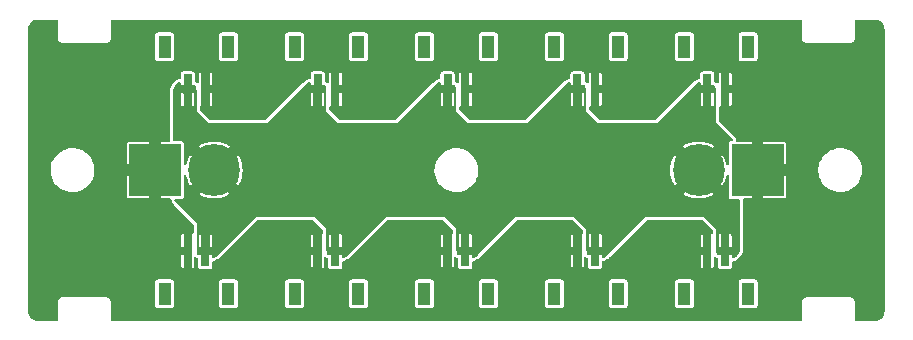
<source format=gbr>
%TF.GenerationSoftware,KiCad,Pcbnew,6.0.7-f9a2dced07~116~ubuntu20.04.1*%
%TF.CreationDate,2022-09-20T13:31:56+02:00*%
%TF.ProjectId,MateLightPowerSupplyPcb,4d617465-4c69-4676-9874-506f77657253,rev?*%
%TF.SameCoordinates,Original*%
%TF.FileFunction,Copper,L2,Bot*%
%TF.FilePolarity,Positive*%
%FSLAX46Y46*%
G04 Gerber Fmt 4.6, Leading zero omitted, Abs format (unit mm)*
G04 Created by KiCad (PCBNEW 6.0.7-f9a2dced07~116~ubuntu20.04.1) date 2022-09-20 13:31:56*
%MOMM*%
%LPD*%
G01*
G04 APERTURE LIST*
%TA.AperFunction,ComponentPad*%
%ADD10R,4.400000X4.400000*%
%TD*%
%TA.AperFunction,ComponentPad*%
%ADD11C,4.400000*%
%TD*%
%TA.AperFunction,SMDPad,CuDef*%
%ADD12R,0.700000X2.500000*%
%TD*%
%TA.AperFunction,SMDPad,CuDef*%
%ADD13R,1.100000X1.900000*%
%TD*%
G04 APERTURE END LIST*
D10*
%TO.P,X1,1,Pin_1*%
%TO.N,GND*%
X111000000Y-113000000D03*
D11*
%TO.P,X1,2,Pin_2*%
%TO.N,+5V*%
X116000000Y-113000000D03*
%TD*%
D10*
%TO.P,X2,1,Pin_1*%
%TO.N,GND*%
X162000000Y-113000000D03*
D11*
%TO.P,X2,2,Pin_2*%
%TO.N,+5V*%
X157000000Y-113000000D03*
%TD*%
D12*
%TO.P,X20,1,Pin_1*%
%TO.N,+5V*%
X137250000Y-119850000D03*
%TO.P,X20,2,Pin_2*%
%TO.N,GND*%
X135750000Y-119850000D03*
D13*
%TO.P,X20,S1*%
%TO.N,N/C*%
X139200000Y-123450000D03*
%TO.P,X20,S2*%
X133800000Y-123450000D03*
%TD*%
D12*
%TO.P,X22,1,Pin_1*%
%TO.N,+5V*%
X115250000Y-119850000D03*
%TO.P,X22,2,Pin_2*%
%TO.N,GND*%
X113750000Y-119850000D03*
D13*
%TO.P,X22,S1*%
%TO.N,N/C*%
X117200000Y-123450000D03*
%TO.P,X22,S2*%
X111800000Y-123450000D03*
%TD*%
D12*
%TO.P,X21,1,Pin_1*%
%TO.N,+5V*%
X126250000Y-119850000D03*
%TO.P,X21,2,Pin_2*%
%TO.N,GND*%
X124750000Y-119850000D03*
D13*
%TO.P,X21,S1*%
%TO.N,N/C*%
X128200000Y-123450000D03*
%TO.P,X21,S2*%
X122800000Y-123450000D03*
%TD*%
%TO.P,X13,S2*%
%TO.N,N/C*%
X161200000Y-102550000D03*
%TO.P,X13,S1*%
X155800000Y-102550000D03*
D12*
%TO.P,X13,2,Pin_2*%
%TO.N,GND*%
X159250000Y-106150000D03*
%TO.P,X13,1,Pin_1*%
%TO.N,+5V*%
X157750000Y-106150000D03*
%TD*%
%TO.P,X15,1,Pin_1*%
%TO.N,+5V*%
X135750000Y-106150000D03*
%TO.P,X15,2,Pin_2*%
%TO.N,GND*%
X137250000Y-106150000D03*
D13*
%TO.P,X15,S1*%
%TO.N,N/C*%
X133800000Y-102550000D03*
%TO.P,X15,S2*%
X139200000Y-102550000D03*
%TD*%
D12*
%TO.P,X14,1,Pin_1*%
%TO.N,+5V*%
X146750000Y-106150000D03*
%TO.P,X14,2,Pin_2*%
%TO.N,GND*%
X148250000Y-106150000D03*
D13*
%TO.P,X14,S1*%
%TO.N,N/C*%
X144800000Y-102550000D03*
%TO.P,X14,S2*%
X150200000Y-102550000D03*
%TD*%
D12*
%TO.P,X18,1,Pin_1*%
%TO.N,+5V*%
X159250000Y-119850000D03*
%TO.P,X18,2,Pin_2*%
%TO.N,GND*%
X157750000Y-119850000D03*
D13*
%TO.P,X18,S1*%
%TO.N,N/C*%
X161200000Y-123450000D03*
%TO.P,X18,S2*%
X155800000Y-123450000D03*
%TD*%
D12*
%TO.P,X19,1,Pin_1*%
%TO.N,+5V*%
X148250000Y-119850000D03*
%TO.P,X19,2,Pin_2*%
%TO.N,GND*%
X146750000Y-119850000D03*
D13*
%TO.P,X19,S1*%
%TO.N,N/C*%
X150200000Y-123450000D03*
%TO.P,X19,S2*%
X144800000Y-123450000D03*
%TD*%
D12*
%TO.P,X17,1,Pin_1*%
%TO.N,+5V*%
X113750000Y-106150000D03*
%TO.P,X17,2,Pin_2*%
%TO.N,GND*%
X115250000Y-106150000D03*
D13*
%TO.P,X17,S1*%
%TO.N,N/C*%
X111800000Y-102550000D03*
%TO.P,X17,S2*%
X117200000Y-102550000D03*
%TD*%
D12*
%TO.P,X16,1,Pin_1*%
%TO.N,+5V*%
X124750000Y-106150000D03*
%TO.P,X16,2,Pin_2*%
%TO.N,GND*%
X126250000Y-106150000D03*
D13*
%TO.P,X16,S1*%
%TO.N,N/C*%
X122800000Y-102550000D03*
%TO.P,X16,S2*%
X128200000Y-102550000D03*
%TD*%
%TA.AperFunction,Conductor*%
%TO.N,GND*%
G36*
X102708691Y-100269407D02*
G01*
X102744655Y-100318907D01*
X102749500Y-100349500D01*
X102749500Y-101715574D01*
X102747598Y-101734888D01*
X102744592Y-101750000D01*
X102746495Y-101759566D01*
X102747793Y-101766092D01*
X102749074Y-101774324D01*
X102758961Y-101862076D01*
X102796212Y-101968533D01*
X102799171Y-101973242D01*
X102853258Y-102059323D01*
X102853262Y-102059328D01*
X102856217Y-102064031D01*
X102935969Y-102143783D01*
X102940672Y-102146738D01*
X102940677Y-102146742D01*
X103012388Y-102191800D01*
X103031467Y-102203788D01*
X103036717Y-102205625D01*
X103036719Y-102205626D01*
X103062975Y-102214813D01*
X103137924Y-102241039D01*
X103191675Y-102247095D01*
X103225676Y-102250926D01*
X103233908Y-102252207D01*
X103240434Y-102253505D01*
X103250000Y-102255408D01*
X103259562Y-102253506D01*
X103259563Y-102253506D01*
X103265112Y-102252402D01*
X103284426Y-102250500D01*
X106715574Y-102250500D01*
X106734888Y-102252402D01*
X106740437Y-102253506D01*
X106740438Y-102253506D01*
X106750000Y-102255408D01*
X106759566Y-102253505D01*
X106766092Y-102252207D01*
X106774324Y-102250926D01*
X106808325Y-102247095D01*
X106862076Y-102241039D01*
X106937025Y-102214813D01*
X106963281Y-102205626D01*
X106963283Y-102205625D01*
X106968533Y-102203788D01*
X106987612Y-102191800D01*
X107059323Y-102146742D01*
X107059328Y-102146738D01*
X107064031Y-102143783D01*
X107143783Y-102064031D01*
X107146738Y-102059328D01*
X107146742Y-102059323D01*
X107200829Y-101973242D01*
X107203788Y-101968533D01*
X107241039Y-101862076D01*
X107250926Y-101774324D01*
X107252207Y-101766092D01*
X107253505Y-101759566D01*
X107255408Y-101750000D01*
X107252402Y-101734888D01*
X107250500Y-101715574D01*
X107250500Y-100349500D01*
X107269407Y-100291309D01*
X107318907Y-100255345D01*
X107349500Y-100250500D01*
X165650500Y-100250500D01*
X165708691Y-100269407D01*
X165744655Y-100318907D01*
X165749500Y-100349500D01*
X165749500Y-101715574D01*
X165747598Y-101734888D01*
X165744592Y-101750000D01*
X165746495Y-101759566D01*
X165747793Y-101766092D01*
X165749074Y-101774324D01*
X165758961Y-101862076D01*
X165796212Y-101968533D01*
X165799171Y-101973242D01*
X165853258Y-102059323D01*
X165853262Y-102059328D01*
X165856217Y-102064031D01*
X165935969Y-102143783D01*
X165940672Y-102146738D01*
X165940677Y-102146742D01*
X166012388Y-102191800D01*
X166031467Y-102203788D01*
X166036717Y-102205625D01*
X166036719Y-102205626D01*
X166062975Y-102214813D01*
X166137924Y-102241039D01*
X166191675Y-102247095D01*
X166225676Y-102250926D01*
X166233908Y-102252207D01*
X166240434Y-102253505D01*
X166250000Y-102255408D01*
X166259562Y-102253506D01*
X166259563Y-102253506D01*
X166265112Y-102252402D01*
X166284426Y-102250500D01*
X169715574Y-102250500D01*
X169734888Y-102252402D01*
X169740437Y-102253506D01*
X169740438Y-102253506D01*
X169750000Y-102255408D01*
X169759566Y-102253505D01*
X169766092Y-102252207D01*
X169774324Y-102250926D01*
X169808325Y-102247095D01*
X169862076Y-102241039D01*
X169937025Y-102214813D01*
X169963281Y-102205626D01*
X169963283Y-102205625D01*
X169968533Y-102203788D01*
X169987612Y-102191800D01*
X170059323Y-102146742D01*
X170059328Y-102146738D01*
X170064031Y-102143783D01*
X170143783Y-102064031D01*
X170146738Y-102059328D01*
X170146742Y-102059323D01*
X170200829Y-101973242D01*
X170203788Y-101968533D01*
X170241039Y-101862076D01*
X170250926Y-101774324D01*
X170252207Y-101766092D01*
X170253505Y-101759566D01*
X170255408Y-101750000D01*
X170252402Y-101734888D01*
X170250500Y-101715574D01*
X170250500Y-100349500D01*
X170269407Y-100291309D01*
X170318907Y-100255345D01*
X170349500Y-100250500D01*
X171965574Y-100250500D01*
X171984888Y-100252402D01*
X171990437Y-100253506D01*
X171990438Y-100253506D01*
X172000000Y-100255408D01*
X172009564Y-100253505D01*
X172019313Y-100253505D01*
X172019313Y-100254144D01*
X172031118Y-100253565D01*
X172114907Y-100261817D01*
X172136516Y-100263945D01*
X172155546Y-100267730D01*
X172277490Y-100304722D01*
X172295419Y-100312148D01*
X172407805Y-100372220D01*
X172423940Y-100383002D01*
X172522439Y-100463837D01*
X172536163Y-100477561D01*
X172616998Y-100576060D01*
X172627780Y-100592195D01*
X172687852Y-100704581D01*
X172695278Y-100722510D01*
X172732270Y-100844454D01*
X172736055Y-100863485D01*
X172746435Y-100968882D01*
X172745856Y-100980687D01*
X172746495Y-100980687D01*
X172746495Y-100990436D01*
X172744592Y-101000000D01*
X172746494Y-101009562D01*
X172746494Y-101009563D01*
X172747598Y-101015112D01*
X172749500Y-101034426D01*
X172749500Y-124965574D01*
X172747598Y-124984888D01*
X172744592Y-125000000D01*
X172746495Y-125009564D01*
X172746495Y-125019313D01*
X172745856Y-125019313D01*
X172746435Y-125031118D01*
X172736055Y-125136515D01*
X172732270Y-125155546D01*
X172719930Y-125196226D01*
X172695279Y-125277489D01*
X172687852Y-125295419D01*
X172627780Y-125407805D01*
X172616998Y-125423940D01*
X172536163Y-125522439D01*
X172522439Y-125536163D01*
X172423940Y-125616998D01*
X172407805Y-125627780D01*
X172295419Y-125687852D01*
X172277490Y-125695278D01*
X172155546Y-125732270D01*
X172136516Y-125736055D01*
X172114907Y-125738183D01*
X172031118Y-125746435D01*
X172019313Y-125745856D01*
X172019313Y-125746495D01*
X172009564Y-125746495D01*
X172000000Y-125744592D01*
X171990438Y-125746494D01*
X171990437Y-125746494D01*
X171984888Y-125747598D01*
X171965574Y-125749500D01*
X170349500Y-125749500D01*
X170291309Y-125730593D01*
X170255345Y-125681093D01*
X170250500Y-125650500D01*
X170250500Y-124284426D01*
X170252402Y-124265112D01*
X170253506Y-124259563D01*
X170253506Y-124259562D01*
X170255408Y-124250000D01*
X170252207Y-124233908D01*
X170250926Y-124225676D01*
X170241661Y-124143446D01*
X170241039Y-124137924D01*
X170203788Y-124031467D01*
X170191800Y-124012388D01*
X170146742Y-123940677D01*
X170146738Y-123940672D01*
X170143783Y-123935969D01*
X170064031Y-123856217D01*
X170059328Y-123853262D01*
X170059323Y-123853258D01*
X169973242Y-123799171D01*
X169968533Y-123796212D01*
X169963283Y-123794375D01*
X169963281Y-123794374D01*
X169937025Y-123785187D01*
X169862076Y-123758961D01*
X169808325Y-123752905D01*
X169774324Y-123749074D01*
X169766092Y-123747793D01*
X169759566Y-123746495D01*
X169750000Y-123744592D01*
X169740438Y-123746494D01*
X169740437Y-123746494D01*
X169734888Y-123747598D01*
X169715574Y-123749500D01*
X166284426Y-123749500D01*
X166265112Y-123747598D01*
X166259563Y-123746494D01*
X166259562Y-123746494D01*
X166250000Y-123744592D01*
X166240434Y-123746495D01*
X166233908Y-123747793D01*
X166225676Y-123749074D01*
X166191675Y-123752905D01*
X166137924Y-123758961D01*
X166062975Y-123785187D01*
X166036719Y-123794374D01*
X166036717Y-123794375D01*
X166031467Y-123796212D01*
X166026758Y-123799171D01*
X165940677Y-123853258D01*
X165940672Y-123853262D01*
X165935969Y-123856217D01*
X165856217Y-123935969D01*
X165853262Y-123940672D01*
X165853258Y-123940677D01*
X165808200Y-124012388D01*
X165796212Y-124031467D01*
X165758961Y-124137924D01*
X165758339Y-124143446D01*
X165749074Y-124225676D01*
X165747793Y-124233908D01*
X165744592Y-124250000D01*
X165746494Y-124259562D01*
X165746494Y-124259563D01*
X165747598Y-124265112D01*
X165749500Y-124284426D01*
X165749500Y-125650500D01*
X165730593Y-125708691D01*
X165681093Y-125744655D01*
X165650500Y-125749500D01*
X107349500Y-125749500D01*
X107291309Y-125730593D01*
X107255345Y-125681093D01*
X107250500Y-125650500D01*
X107250500Y-124424674D01*
X110999500Y-124424674D01*
X111014034Y-124497740D01*
X111069399Y-124580601D01*
X111152260Y-124635966D01*
X111225326Y-124650500D01*
X112374674Y-124650500D01*
X112447740Y-124635966D01*
X112530601Y-124580601D01*
X112585966Y-124497740D01*
X112600500Y-124424674D01*
X116399500Y-124424674D01*
X116414034Y-124497740D01*
X116469399Y-124580601D01*
X116552260Y-124635966D01*
X116625326Y-124650500D01*
X117774674Y-124650500D01*
X117847740Y-124635966D01*
X117930601Y-124580601D01*
X117985966Y-124497740D01*
X118000500Y-124424674D01*
X121999500Y-124424674D01*
X122014034Y-124497740D01*
X122069399Y-124580601D01*
X122152260Y-124635966D01*
X122225326Y-124650500D01*
X123374674Y-124650500D01*
X123447740Y-124635966D01*
X123530601Y-124580601D01*
X123585966Y-124497740D01*
X123600500Y-124424674D01*
X127399500Y-124424674D01*
X127414034Y-124497740D01*
X127469399Y-124580601D01*
X127552260Y-124635966D01*
X127625326Y-124650500D01*
X128774674Y-124650500D01*
X128847740Y-124635966D01*
X128930601Y-124580601D01*
X128985966Y-124497740D01*
X129000500Y-124424674D01*
X132999500Y-124424674D01*
X133014034Y-124497740D01*
X133069399Y-124580601D01*
X133152260Y-124635966D01*
X133225326Y-124650500D01*
X134374674Y-124650500D01*
X134447740Y-124635966D01*
X134530601Y-124580601D01*
X134585966Y-124497740D01*
X134600500Y-124424674D01*
X138399500Y-124424674D01*
X138414034Y-124497740D01*
X138469399Y-124580601D01*
X138552260Y-124635966D01*
X138625326Y-124650500D01*
X139774674Y-124650500D01*
X139847740Y-124635966D01*
X139930601Y-124580601D01*
X139985966Y-124497740D01*
X140000500Y-124424674D01*
X143999500Y-124424674D01*
X144014034Y-124497740D01*
X144069399Y-124580601D01*
X144152260Y-124635966D01*
X144225326Y-124650500D01*
X145374674Y-124650500D01*
X145447740Y-124635966D01*
X145530601Y-124580601D01*
X145585966Y-124497740D01*
X145600500Y-124424674D01*
X149399500Y-124424674D01*
X149414034Y-124497740D01*
X149469399Y-124580601D01*
X149552260Y-124635966D01*
X149625326Y-124650500D01*
X150774674Y-124650500D01*
X150847740Y-124635966D01*
X150930601Y-124580601D01*
X150985966Y-124497740D01*
X151000500Y-124424674D01*
X154999500Y-124424674D01*
X155014034Y-124497740D01*
X155069399Y-124580601D01*
X155152260Y-124635966D01*
X155225326Y-124650500D01*
X156374674Y-124650500D01*
X156447740Y-124635966D01*
X156530601Y-124580601D01*
X156585966Y-124497740D01*
X156600500Y-124424674D01*
X160399500Y-124424674D01*
X160414034Y-124497740D01*
X160469399Y-124580601D01*
X160552260Y-124635966D01*
X160625326Y-124650500D01*
X161774674Y-124650500D01*
X161847740Y-124635966D01*
X161930601Y-124580601D01*
X161985966Y-124497740D01*
X162000500Y-124424674D01*
X162000500Y-122475326D01*
X161985966Y-122402260D01*
X161930601Y-122319399D01*
X161847740Y-122264034D01*
X161774674Y-122249500D01*
X160625326Y-122249500D01*
X160552260Y-122264034D01*
X160469399Y-122319399D01*
X160414034Y-122402260D01*
X160399500Y-122475326D01*
X160399500Y-124424674D01*
X156600500Y-124424674D01*
X156600500Y-122475326D01*
X156585966Y-122402260D01*
X156530601Y-122319399D01*
X156447740Y-122264034D01*
X156374674Y-122249500D01*
X155225326Y-122249500D01*
X155152260Y-122264034D01*
X155069399Y-122319399D01*
X155014034Y-122402260D01*
X154999500Y-122475326D01*
X154999500Y-124424674D01*
X151000500Y-124424674D01*
X151000500Y-122475326D01*
X150985966Y-122402260D01*
X150930601Y-122319399D01*
X150847740Y-122264034D01*
X150774674Y-122249500D01*
X149625326Y-122249500D01*
X149552260Y-122264034D01*
X149469399Y-122319399D01*
X149414034Y-122402260D01*
X149399500Y-122475326D01*
X149399500Y-124424674D01*
X145600500Y-124424674D01*
X145600500Y-122475326D01*
X145585966Y-122402260D01*
X145530601Y-122319399D01*
X145447740Y-122264034D01*
X145374674Y-122249500D01*
X144225326Y-122249500D01*
X144152260Y-122264034D01*
X144069399Y-122319399D01*
X144014034Y-122402260D01*
X143999500Y-122475326D01*
X143999500Y-124424674D01*
X140000500Y-124424674D01*
X140000500Y-122475326D01*
X139985966Y-122402260D01*
X139930601Y-122319399D01*
X139847740Y-122264034D01*
X139774674Y-122249500D01*
X138625326Y-122249500D01*
X138552260Y-122264034D01*
X138469399Y-122319399D01*
X138414034Y-122402260D01*
X138399500Y-122475326D01*
X138399500Y-124424674D01*
X134600500Y-124424674D01*
X134600500Y-122475326D01*
X134585966Y-122402260D01*
X134530601Y-122319399D01*
X134447740Y-122264034D01*
X134374674Y-122249500D01*
X133225326Y-122249500D01*
X133152260Y-122264034D01*
X133069399Y-122319399D01*
X133014034Y-122402260D01*
X132999500Y-122475326D01*
X132999500Y-124424674D01*
X129000500Y-124424674D01*
X129000500Y-122475326D01*
X128985966Y-122402260D01*
X128930601Y-122319399D01*
X128847740Y-122264034D01*
X128774674Y-122249500D01*
X127625326Y-122249500D01*
X127552260Y-122264034D01*
X127469399Y-122319399D01*
X127414034Y-122402260D01*
X127399500Y-122475326D01*
X127399500Y-124424674D01*
X123600500Y-124424674D01*
X123600500Y-122475326D01*
X123585966Y-122402260D01*
X123530601Y-122319399D01*
X123447740Y-122264034D01*
X123374674Y-122249500D01*
X122225326Y-122249500D01*
X122152260Y-122264034D01*
X122069399Y-122319399D01*
X122014034Y-122402260D01*
X121999500Y-122475326D01*
X121999500Y-124424674D01*
X118000500Y-124424674D01*
X118000500Y-122475326D01*
X117985966Y-122402260D01*
X117930601Y-122319399D01*
X117847740Y-122264034D01*
X117774674Y-122249500D01*
X116625326Y-122249500D01*
X116552260Y-122264034D01*
X116469399Y-122319399D01*
X116414034Y-122402260D01*
X116399500Y-122475326D01*
X116399500Y-124424674D01*
X112600500Y-124424674D01*
X112600500Y-122475326D01*
X112585966Y-122402260D01*
X112530601Y-122319399D01*
X112447740Y-122264034D01*
X112374674Y-122249500D01*
X111225326Y-122249500D01*
X111152260Y-122264034D01*
X111069399Y-122319399D01*
X111014034Y-122402260D01*
X110999500Y-122475326D01*
X110999500Y-124424674D01*
X107250500Y-124424674D01*
X107250500Y-124284426D01*
X107252402Y-124265112D01*
X107253506Y-124259563D01*
X107253506Y-124259562D01*
X107255408Y-124250000D01*
X107252207Y-124233908D01*
X107250926Y-124225676D01*
X107241661Y-124143446D01*
X107241039Y-124137924D01*
X107203788Y-124031467D01*
X107191800Y-124012388D01*
X107146742Y-123940677D01*
X107146738Y-123940672D01*
X107143783Y-123935969D01*
X107064031Y-123856217D01*
X107059328Y-123853262D01*
X107059323Y-123853258D01*
X106973242Y-123799171D01*
X106968533Y-123796212D01*
X106963283Y-123794375D01*
X106963281Y-123794374D01*
X106937025Y-123785187D01*
X106862076Y-123758961D01*
X106808325Y-123752905D01*
X106774324Y-123749074D01*
X106766092Y-123747793D01*
X106759566Y-123746495D01*
X106750000Y-123744592D01*
X106740438Y-123746494D01*
X106740437Y-123746494D01*
X106734888Y-123747598D01*
X106715574Y-123749500D01*
X103284426Y-123749500D01*
X103265112Y-123747598D01*
X103259563Y-123746494D01*
X103259562Y-123746494D01*
X103250000Y-123744592D01*
X103240434Y-123746495D01*
X103233908Y-123747793D01*
X103225676Y-123749074D01*
X103191675Y-123752905D01*
X103137924Y-123758961D01*
X103062975Y-123785187D01*
X103036719Y-123794374D01*
X103036717Y-123794375D01*
X103031467Y-123796212D01*
X103026758Y-123799171D01*
X102940677Y-123853258D01*
X102940672Y-123853262D01*
X102935969Y-123856217D01*
X102856217Y-123935969D01*
X102853262Y-123940672D01*
X102853258Y-123940677D01*
X102808200Y-124012388D01*
X102796212Y-124031467D01*
X102758961Y-124137924D01*
X102758339Y-124143446D01*
X102749074Y-124225676D01*
X102747793Y-124233908D01*
X102744592Y-124250000D01*
X102746494Y-124259562D01*
X102746494Y-124259563D01*
X102747598Y-124265112D01*
X102749500Y-124284426D01*
X102749500Y-125650500D01*
X102730593Y-125708691D01*
X102681093Y-125744655D01*
X102650500Y-125749500D01*
X101034426Y-125749500D01*
X101015112Y-125747598D01*
X101009563Y-125746494D01*
X101009562Y-125746494D01*
X101000000Y-125744592D01*
X100990436Y-125746495D01*
X100980687Y-125746495D01*
X100980687Y-125745856D01*
X100968882Y-125746435D01*
X100885093Y-125738183D01*
X100863484Y-125736055D01*
X100844454Y-125732270D01*
X100722510Y-125695278D01*
X100704581Y-125687852D01*
X100592195Y-125627780D01*
X100576060Y-125616998D01*
X100477561Y-125536163D01*
X100463837Y-125522439D01*
X100383002Y-125423940D01*
X100372220Y-125407805D01*
X100312148Y-125295419D01*
X100304721Y-125277489D01*
X100280070Y-125196226D01*
X100267730Y-125155546D01*
X100263945Y-125136515D01*
X100253565Y-125031118D01*
X100254144Y-125019313D01*
X100253505Y-125019313D01*
X100253505Y-125009564D01*
X100255408Y-125000000D01*
X100252402Y-124984888D01*
X100250500Y-124965574D01*
X100250500Y-121114840D01*
X113200000Y-121114840D01*
X113200948Y-121124462D01*
X113209702Y-121168474D01*
X113217021Y-121186142D01*
X113250389Y-121236082D01*
X113263918Y-121249611D01*
X113313858Y-121282979D01*
X113331526Y-121290298D01*
X113375538Y-121299052D01*
X113384515Y-121299936D01*
X113397005Y-121295878D01*
X113400000Y-121291757D01*
X113400000Y-120215680D01*
X113395878Y-120202995D01*
X113391757Y-120200000D01*
X113215680Y-120200000D01*
X113202995Y-120204122D01*
X113200000Y-120208243D01*
X113200000Y-121114840D01*
X100250500Y-121114840D01*
X100250500Y-119484320D01*
X113200000Y-119484320D01*
X113204122Y-119497005D01*
X113208243Y-119500000D01*
X113384320Y-119500000D01*
X113397005Y-119495878D01*
X113400000Y-119491757D01*
X113400000Y-118415680D01*
X113395878Y-118402995D01*
X113391757Y-118400000D01*
X113385160Y-118400000D01*
X113375538Y-118400948D01*
X113331526Y-118409702D01*
X113313858Y-118417021D01*
X113263918Y-118450389D01*
X113250389Y-118463918D01*
X113217021Y-118513858D01*
X113209702Y-118531526D01*
X113200948Y-118575538D01*
X113200000Y-118585160D01*
X113200000Y-119484320D01*
X100250500Y-119484320D01*
X100250500Y-115214840D01*
X108600000Y-115214840D01*
X108600948Y-115224462D01*
X108609702Y-115268474D01*
X108617021Y-115286142D01*
X108650389Y-115336082D01*
X108663918Y-115349611D01*
X108713858Y-115382979D01*
X108731526Y-115390298D01*
X108775538Y-115399052D01*
X108785160Y-115400000D01*
X110484320Y-115400000D01*
X110497005Y-115395878D01*
X110500000Y-115391757D01*
X110500000Y-115384320D01*
X111500000Y-115384320D01*
X111504122Y-115397005D01*
X111508243Y-115400000D01*
X112284687Y-115400000D01*
X112342878Y-115418907D01*
X112378842Y-115468407D01*
X112383668Y-115500943D01*
X112382099Y-115580852D01*
X112392855Y-115641084D01*
X112419045Y-115716609D01*
X112438602Y-115753198D01*
X112451494Y-115774708D01*
X112462276Y-115790844D01*
X112477211Y-115810981D01*
X112477963Y-115811897D01*
X112477976Y-115811914D01*
X112591901Y-115950731D01*
X112592300Y-115951217D01*
X112600481Y-115960701D01*
X112607005Y-115967900D01*
X112607438Y-115968355D01*
X112607440Y-115968357D01*
X112615267Y-115976580D01*
X112615303Y-115976616D01*
X112615662Y-115976994D01*
X114215504Y-117576836D01*
X114243281Y-117631353D01*
X114244500Y-117646840D01*
X114244500Y-118304193D01*
X114225593Y-118362384D01*
X114176093Y-118398348D01*
X114129342Y-118401103D01*
X114129310Y-118401425D01*
X114127274Y-118401224D01*
X114126179Y-118401289D01*
X114124464Y-118400948D01*
X114115485Y-118400064D01*
X114102995Y-118404122D01*
X114100000Y-118408243D01*
X114100000Y-121284320D01*
X114104122Y-121297005D01*
X114108243Y-121300000D01*
X114114840Y-121300000D01*
X114124462Y-121299052D01*
X114168474Y-121290298D01*
X114186142Y-121282979D01*
X114236082Y-121249611D01*
X114249611Y-121236082D01*
X114282979Y-121186142D01*
X114290298Y-121168474D01*
X114299052Y-121124462D01*
X114300000Y-121114840D01*
X114300000Y-120431892D01*
X114318907Y-120373701D01*
X114368407Y-120337737D01*
X114429593Y-120337737D01*
X114467416Y-120360336D01*
X114483148Y-120375378D01*
X114488602Y-120378432D01*
X114488603Y-120378433D01*
X114541578Y-120408099D01*
X114570129Y-120424088D01*
X114581092Y-120427650D01*
X114630592Y-120463614D01*
X114649500Y-120521805D01*
X114649500Y-121124674D01*
X114664034Y-121197740D01*
X114719399Y-121280601D01*
X114802260Y-121335966D01*
X114875326Y-121350500D01*
X115624674Y-121350500D01*
X115697740Y-121335966D01*
X115780601Y-121280601D01*
X115835966Y-121197740D01*
X115850500Y-121124674D01*
X115850500Y-121114840D01*
X124200000Y-121114840D01*
X124200948Y-121124462D01*
X124209702Y-121168474D01*
X124217021Y-121186142D01*
X124250389Y-121236082D01*
X124263918Y-121249611D01*
X124313858Y-121282979D01*
X124331526Y-121290298D01*
X124375538Y-121299052D01*
X124384515Y-121299936D01*
X124397005Y-121295878D01*
X124400000Y-121291757D01*
X124400000Y-120215680D01*
X124395878Y-120202995D01*
X124391757Y-120200000D01*
X124215680Y-120200000D01*
X124202995Y-120204122D01*
X124200000Y-120208243D01*
X124200000Y-121114840D01*
X115850500Y-121114840D01*
X115850500Y-120787925D01*
X115869407Y-120729734D01*
X115918907Y-120693770D01*
X115935923Y-120689861D01*
X116001900Y-120680736D01*
X116033305Y-120671210D01*
X116034440Y-120670804D01*
X116055806Y-120663159D01*
X116055812Y-120663157D01*
X116056929Y-120662757D01*
X116072552Y-120656285D01*
X116073745Y-120655791D01*
X116073756Y-120655786D01*
X116074857Y-120655330D01*
X116085897Y-120650108D01*
X116096382Y-120645149D01*
X116096398Y-120645141D01*
X116097512Y-120644614D01*
X116253198Y-120561398D01*
X116274701Y-120548510D01*
X116290838Y-120537728D01*
X116291821Y-120536999D01*
X116310008Y-120523511D01*
X116310018Y-120523503D01*
X116310981Y-120522789D01*
X116311910Y-120522027D01*
X116311921Y-120522018D01*
X116450731Y-120408099D01*
X116450738Y-120408093D01*
X116451217Y-120407700D01*
X116460701Y-120399519D01*
X116467900Y-120392995D01*
X116468357Y-120392560D01*
X116476580Y-120384733D01*
X116476616Y-120384697D01*
X116476994Y-120384338D01*
X117377012Y-119484320D01*
X124200000Y-119484320D01*
X124204122Y-119497005D01*
X124208243Y-119500000D01*
X124384320Y-119500000D01*
X124397005Y-119495878D01*
X124400000Y-119491757D01*
X124400000Y-118415680D01*
X124395878Y-118402995D01*
X124391757Y-118400000D01*
X124385160Y-118400000D01*
X124375538Y-118400948D01*
X124331526Y-118409702D01*
X124313858Y-118417021D01*
X124263918Y-118450389D01*
X124250389Y-118463918D01*
X124217021Y-118513858D01*
X124209702Y-118531526D01*
X124200948Y-118575538D01*
X124200000Y-118585160D01*
X124200000Y-119484320D01*
X117377012Y-119484320D01*
X119576836Y-117284496D01*
X119631353Y-117256719D01*
X119646840Y-117255500D01*
X124353160Y-117255500D01*
X124411351Y-117274407D01*
X124423164Y-117284496D01*
X125215504Y-118076836D01*
X125243281Y-118131353D01*
X125244500Y-118146840D01*
X125244500Y-118304193D01*
X125225593Y-118362384D01*
X125176093Y-118398348D01*
X125129342Y-118401103D01*
X125129310Y-118401425D01*
X125127274Y-118401224D01*
X125126179Y-118401289D01*
X125124464Y-118400948D01*
X125115485Y-118400064D01*
X125102995Y-118404122D01*
X125100000Y-118408243D01*
X125100000Y-121284320D01*
X125104122Y-121297005D01*
X125108243Y-121300000D01*
X125114840Y-121300000D01*
X125124462Y-121299052D01*
X125168474Y-121290298D01*
X125186142Y-121282979D01*
X125236082Y-121249611D01*
X125249611Y-121236082D01*
X125282979Y-121186142D01*
X125290298Y-121168474D01*
X125299052Y-121124462D01*
X125300000Y-121114840D01*
X125300000Y-120431892D01*
X125318907Y-120373701D01*
X125368407Y-120337737D01*
X125429593Y-120337737D01*
X125467416Y-120360336D01*
X125483148Y-120375378D01*
X125488602Y-120378432D01*
X125488603Y-120378433D01*
X125541578Y-120408099D01*
X125570129Y-120424088D01*
X125581092Y-120427650D01*
X125630592Y-120463614D01*
X125649500Y-120521805D01*
X125649500Y-121124674D01*
X125664034Y-121197740D01*
X125719399Y-121280601D01*
X125802260Y-121335966D01*
X125875326Y-121350500D01*
X126624674Y-121350500D01*
X126697740Y-121335966D01*
X126780601Y-121280601D01*
X126835966Y-121197740D01*
X126850500Y-121124674D01*
X126850500Y-121114840D01*
X135200000Y-121114840D01*
X135200948Y-121124462D01*
X135209702Y-121168474D01*
X135217021Y-121186142D01*
X135250389Y-121236082D01*
X135263918Y-121249611D01*
X135313858Y-121282979D01*
X135331526Y-121290298D01*
X135375538Y-121299052D01*
X135384515Y-121299936D01*
X135397005Y-121295878D01*
X135400000Y-121291757D01*
X135400000Y-120215680D01*
X135395878Y-120202995D01*
X135391757Y-120200000D01*
X135215680Y-120200000D01*
X135202995Y-120204122D01*
X135200000Y-120208243D01*
X135200000Y-121114840D01*
X126850500Y-121114840D01*
X126850500Y-120787925D01*
X126869407Y-120729734D01*
X126918907Y-120693770D01*
X126935923Y-120689861D01*
X127001900Y-120680736D01*
X127033305Y-120671210D01*
X127034440Y-120670804D01*
X127055806Y-120663159D01*
X127055812Y-120663157D01*
X127056929Y-120662757D01*
X127072552Y-120656285D01*
X127073745Y-120655791D01*
X127073756Y-120655786D01*
X127074857Y-120655330D01*
X127085897Y-120650108D01*
X127096382Y-120645149D01*
X127096398Y-120645141D01*
X127097512Y-120644614D01*
X127253198Y-120561398D01*
X127274701Y-120548510D01*
X127290838Y-120537728D01*
X127291821Y-120536999D01*
X127310008Y-120523511D01*
X127310018Y-120523503D01*
X127310981Y-120522789D01*
X127311910Y-120522027D01*
X127311921Y-120522018D01*
X127450731Y-120408099D01*
X127450738Y-120408093D01*
X127451217Y-120407700D01*
X127460701Y-120399519D01*
X127467900Y-120392995D01*
X127468357Y-120392560D01*
X127476580Y-120384733D01*
X127476616Y-120384697D01*
X127476994Y-120384338D01*
X128377012Y-119484320D01*
X135200000Y-119484320D01*
X135204122Y-119497005D01*
X135208243Y-119500000D01*
X135384320Y-119500000D01*
X135397005Y-119495878D01*
X135400000Y-119491757D01*
X135400000Y-118415680D01*
X135395878Y-118402995D01*
X135391757Y-118400000D01*
X135385160Y-118400000D01*
X135375538Y-118400948D01*
X135331526Y-118409702D01*
X135313858Y-118417021D01*
X135263918Y-118450389D01*
X135250389Y-118463918D01*
X135217021Y-118513858D01*
X135209702Y-118531526D01*
X135200948Y-118575538D01*
X135200000Y-118585160D01*
X135200000Y-119484320D01*
X128377012Y-119484320D01*
X130576836Y-117284496D01*
X130631353Y-117256719D01*
X130646840Y-117255500D01*
X135353160Y-117255500D01*
X135411351Y-117274407D01*
X135423164Y-117284496D01*
X136215504Y-118076836D01*
X136243281Y-118131353D01*
X136244500Y-118146840D01*
X136244500Y-118304193D01*
X136225593Y-118362384D01*
X136176093Y-118398348D01*
X136129342Y-118401103D01*
X136129310Y-118401425D01*
X136127274Y-118401224D01*
X136126179Y-118401289D01*
X136124464Y-118400948D01*
X136115485Y-118400064D01*
X136102995Y-118404122D01*
X136100000Y-118408243D01*
X136100000Y-121284320D01*
X136104122Y-121297005D01*
X136108243Y-121300000D01*
X136114840Y-121300000D01*
X136124462Y-121299052D01*
X136168474Y-121290298D01*
X136186142Y-121282979D01*
X136236082Y-121249611D01*
X136249611Y-121236082D01*
X136282979Y-121186142D01*
X136290298Y-121168474D01*
X136299052Y-121124462D01*
X136300000Y-121114840D01*
X136300000Y-120431892D01*
X136318907Y-120373701D01*
X136368407Y-120337737D01*
X136429593Y-120337737D01*
X136467416Y-120360336D01*
X136483148Y-120375378D01*
X136488602Y-120378432D01*
X136488603Y-120378433D01*
X136541578Y-120408099D01*
X136570129Y-120424088D01*
X136581092Y-120427650D01*
X136630592Y-120463614D01*
X136649500Y-120521805D01*
X136649500Y-121124674D01*
X136664034Y-121197740D01*
X136719399Y-121280601D01*
X136802260Y-121335966D01*
X136875326Y-121350500D01*
X137624674Y-121350500D01*
X137697740Y-121335966D01*
X137780601Y-121280601D01*
X137835966Y-121197740D01*
X137850500Y-121124674D01*
X137850500Y-121114840D01*
X146200000Y-121114840D01*
X146200948Y-121124462D01*
X146209702Y-121168474D01*
X146217021Y-121186142D01*
X146250389Y-121236082D01*
X146263918Y-121249611D01*
X146313858Y-121282979D01*
X146331526Y-121290298D01*
X146375538Y-121299052D01*
X146384515Y-121299936D01*
X146397005Y-121295878D01*
X146400000Y-121291757D01*
X146400000Y-120215680D01*
X146395878Y-120202995D01*
X146391757Y-120200000D01*
X146215680Y-120200000D01*
X146202995Y-120204122D01*
X146200000Y-120208243D01*
X146200000Y-121114840D01*
X137850500Y-121114840D01*
X137850500Y-120787925D01*
X137869407Y-120729734D01*
X137918907Y-120693770D01*
X137935923Y-120689861D01*
X138001900Y-120680736D01*
X138033305Y-120671210D01*
X138034440Y-120670804D01*
X138055806Y-120663159D01*
X138055812Y-120663157D01*
X138056929Y-120662757D01*
X138072552Y-120656285D01*
X138073745Y-120655791D01*
X138073756Y-120655786D01*
X138074857Y-120655330D01*
X138085897Y-120650108D01*
X138096382Y-120645149D01*
X138096398Y-120645141D01*
X138097512Y-120644614D01*
X138253198Y-120561398D01*
X138274701Y-120548510D01*
X138290838Y-120537728D01*
X138291821Y-120536999D01*
X138310008Y-120523511D01*
X138310018Y-120523503D01*
X138310981Y-120522789D01*
X138311910Y-120522027D01*
X138311921Y-120522018D01*
X138450731Y-120408099D01*
X138450738Y-120408093D01*
X138451217Y-120407700D01*
X138460701Y-120399519D01*
X138467900Y-120392995D01*
X138468357Y-120392560D01*
X138476580Y-120384733D01*
X138476616Y-120384697D01*
X138476994Y-120384338D01*
X139377012Y-119484320D01*
X146200000Y-119484320D01*
X146204122Y-119497005D01*
X146208243Y-119500000D01*
X146384320Y-119500000D01*
X146397005Y-119495878D01*
X146400000Y-119491757D01*
X146400000Y-118415680D01*
X146395878Y-118402995D01*
X146391757Y-118400000D01*
X146385160Y-118400000D01*
X146375538Y-118400948D01*
X146331526Y-118409702D01*
X146313858Y-118417021D01*
X146263918Y-118450389D01*
X146250389Y-118463918D01*
X146217021Y-118513858D01*
X146209702Y-118531526D01*
X146200948Y-118575538D01*
X146200000Y-118585160D01*
X146200000Y-119484320D01*
X139377012Y-119484320D01*
X141576836Y-117284496D01*
X141631353Y-117256719D01*
X141646840Y-117255500D01*
X146353160Y-117255500D01*
X146411351Y-117274407D01*
X146423164Y-117284496D01*
X147215504Y-118076836D01*
X147243281Y-118131353D01*
X147244500Y-118146840D01*
X147244500Y-118304193D01*
X147225593Y-118362384D01*
X147176093Y-118398348D01*
X147129342Y-118401103D01*
X147129310Y-118401425D01*
X147127274Y-118401224D01*
X147126179Y-118401289D01*
X147124464Y-118400948D01*
X147115485Y-118400064D01*
X147102995Y-118404122D01*
X147100000Y-118408243D01*
X147100000Y-121284320D01*
X147104122Y-121297005D01*
X147108243Y-121300000D01*
X147114840Y-121300000D01*
X147124462Y-121299052D01*
X147168474Y-121290298D01*
X147186142Y-121282979D01*
X147236082Y-121249611D01*
X147249611Y-121236082D01*
X147282979Y-121186142D01*
X147290298Y-121168474D01*
X147299052Y-121124462D01*
X147300000Y-121114840D01*
X147300000Y-120431892D01*
X147318907Y-120373701D01*
X147368407Y-120337737D01*
X147429593Y-120337737D01*
X147467416Y-120360336D01*
X147483148Y-120375378D01*
X147488602Y-120378432D01*
X147488603Y-120378433D01*
X147541578Y-120408099D01*
X147570129Y-120424088D01*
X147581092Y-120427650D01*
X147630592Y-120463614D01*
X147649500Y-120521805D01*
X147649500Y-121124674D01*
X147664034Y-121197740D01*
X147719399Y-121280601D01*
X147802260Y-121335966D01*
X147875326Y-121350500D01*
X148624674Y-121350500D01*
X148697740Y-121335966D01*
X148780601Y-121280601D01*
X148835966Y-121197740D01*
X148850500Y-121124674D01*
X148850500Y-121114840D01*
X157200000Y-121114840D01*
X157200948Y-121124462D01*
X157209702Y-121168474D01*
X157217021Y-121186142D01*
X157250389Y-121236082D01*
X157263918Y-121249611D01*
X157313858Y-121282979D01*
X157331526Y-121290298D01*
X157375538Y-121299052D01*
X157384515Y-121299936D01*
X157397005Y-121295878D01*
X157400000Y-121291757D01*
X157400000Y-120215680D01*
X157395878Y-120202995D01*
X157391757Y-120200000D01*
X157215680Y-120200000D01*
X157202995Y-120204122D01*
X157200000Y-120208243D01*
X157200000Y-121114840D01*
X148850500Y-121114840D01*
X148850500Y-120787925D01*
X148869407Y-120729734D01*
X148918907Y-120693770D01*
X148935923Y-120689861D01*
X149001900Y-120680736D01*
X149033305Y-120671210D01*
X149034440Y-120670804D01*
X149055806Y-120663159D01*
X149055812Y-120663157D01*
X149056929Y-120662757D01*
X149072552Y-120656285D01*
X149073745Y-120655791D01*
X149073756Y-120655786D01*
X149074857Y-120655330D01*
X149085897Y-120650108D01*
X149096382Y-120645149D01*
X149096398Y-120645141D01*
X149097512Y-120644614D01*
X149253198Y-120561398D01*
X149274701Y-120548510D01*
X149290838Y-120537728D01*
X149291821Y-120536999D01*
X149310008Y-120523511D01*
X149310018Y-120523503D01*
X149310981Y-120522789D01*
X149311910Y-120522027D01*
X149311921Y-120522018D01*
X149450731Y-120408099D01*
X149450738Y-120408093D01*
X149451217Y-120407700D01*
X149460701Y-120399519D01*
X149467900Y-120392995D01*
X149468357Y-120392560D01*
X149476580Y-120384733D01*
X149476616Y-120384697D01*
X149476994Y-120384338D01*
X150377012Y-119484320D01*
X157200000Y-119484320D01*
X157204122Y-119497005D01*
X157208243Y-119500000D01*
X157384320Y-119500000D01*
X157397005Y-119495878D01*
X157400000Y-119491757D01*
X157400000Y-118415680D01*
X157395878Y-118402995D01*
X157391757Y-118400000D01*
X157385160Y-118400000D01*
X157375538Y-118400948D01*
X157331526Y-118409702D01*
X157313858Y-118417021D01*
X157263918Y-118450389D01*
X157250389Y-118463918D01*
X157217021Y-118513858D01*
X157209702Y-118531526D01*
X157200948Y-118575538D01*
X157200000Y-118585160D01*
X157200000Y-119484320D01*
X150377012Y-119484320D01*
X152576836Y-117284496D01*
X152631353Y-117256719D01*
X152646840Y-117255500D01*
X157353160Y-117255500D01*
X157411351Y-117274407D01*
X157423164Y-117284496D01*
X158215504Y-118076836D01*
X158243281Y-118131353D01*
X158244500Y-118146840D01*
X158244500Y-118304193D01*
X158225593Y-118362384D01*
X158176093Y-118398348D01*
X158129342Y-118401103D01*
X158129310Y-118401425D01*
X158127274Y-118401224D01*
X158126179Y-118401289D01*
X158124464Y-118400948D01*
X158115485Y-118400064D01*
X158102995Y-118404122D01*
X158100000Y-118408243D01*
X158100000Y-121284320D01*
X158104122Y-121297005D01*
X158108243Y-121300000D01*
X158114840Y-121300000D01*
X158124462Y-121299052D01*
X158168474Y-121290298D01*
X158186142Y-121282979D01*
X158236082Y-121249611D01*
X158249611Y-121236082D01*
X158282979Y-121186142D01*
X158290298Y-121168474D01*
X158299052Y-121124462D01*
X158300000Y-121114840D01*
X158300000Y-120431892D01*
X158318907Y-120373701D01*
X158368407Y-120337737D01*
X158429593Y-120337737D01*
X158467416Y-120360336D01*
X158483148Y-120375378D01*
X158488602Y-120378432D01*
X158488603Y-120378433D01*
X158541578Y-120408099D01*
X158570129Y-120424088D01*
X158581092Y-120427650D01*
X158630592Y-120463614D01*
X158649500Y-120521805D01*
X158649500Y-121124674D01*
X158664034Y-121197740D01*
X158719399Y-121280601D01*
X158802260Y-121335966D01*
X158875326Y-121350500D01*
X159624674Y-121350500D01*
X159697740Y-121335966D01*
X159780601Y-121280601D01*
X159835966Y-121197740D01*
X159850500Y-121124674D01*
X159850500Y-120800473D01*
X159869407Y-120742282D01*
X159918907Y-120706318D01*
X159935932Y-120702408D01*
X160001904Y-120693282D01*
X160037929Y-120682354D01*
X160061551Y-120673902D01*
X160079476Y-120666476D01*
X160086489Y-120663159D01*
X160101022Y-120656285D01*
X160101034Y-120656279D01*
X160102129Y-120655761D01*
X160232496Y-120586078D01*
X160253996Y-120573192D01*
X160270132Y-120562411D01*
X160276350Y-120557799D01*
X160289300Y-120548196D01*
X160289311Y-120548187D01*
X160290277Y-120547471D01*
X160404553Y-120453688D01*
X160423132Y-120436849D01*
X160436849Y-120423132D01*
X160453688Y-120404553D01*
X160547471Y-120290277D01*
X160562411Y-120270132D01*
X160573192Y-120253996D01*
X160586078Y-120232496D01*
X160592336Y-120220789D01*
X160655175Y-120103226D01*
X160655181Y-120103214D01*
X160655761Y-120102129D01*
X160666479Y-120079469D01*
X160673906Y-120061540D01*
X160682355Y-120037926D01*
X160725268Y-119896461D01*
X160731361Y-119872135D01*
X160735146Y-119853105D01*
X160738825Y-119828306D01*
X160753793Y-119676333D01*
X160754715Y-119663834D01*
X160755192Y-119654130D01*
X160755500Y-119641586D01*
X160755500Y-115549500D01*
X160752355Y-115509535D01*
X160752636Y-115509513D01*
X160764338Y-115450638D01*
X160809262Y-115409100D01*
X160850722Y-115400000D01*
X161484320Y-115400000D01*
X161497005Y-115395878D01*
X161500000Y-115391757D01*
X161500000Y-115384320D01*
X162500000Y-115384320D01*
X162504122Y-115397005D01*
X162508243Y-115400000D01*
X164214840Y-115400000D01*
X164224462Y-115399052D01*
X164268474Y-115390298D01*
X164286142Y-115382979D01*
X164336082Y-115349611D01*
X164349611Y-115336082D01*
X164382979Y-115286142D01*
X164390298Y-115268474D01*
X164399052Y-115224462D01*
X164400000Y-115214840D01*
X164400000Y-113515680D01*
X164395878Y-113502995D01*
X164391757Y-113500000D01*
X162515680Y-113500000D01*
X162502995Y-113504122D01*
X162500000Y-113508243D01*
X162500000Y-115384320D01*
X161500000Y-115384320D01*
X161500000Y-113042095D01*
X167145028Y-113042095D01*
X167145368Y-113045657D01*
X167145368Y-113045664D01*
X167170193Y-113305861D01*
X167170534Y-113309431D01*
X167234364Y-113570285D01*
X167335182Y-113819192D01*
X167470875Y-114050938D01*
X167638601Y-114260669D01*
X167834846Y-114443991D01*
X168055499Y-114597064D01*
X168177066Y-114657542D01*
X168292723Y-114715081D01*
X168292728Y-114715083D01*
X168295938Y-114716680D01*
X168299349Y-114717798D01*
X168299351Y-114717799D01*
X168547721Y-114799219D01*
X168547724Y-114799220D01*
X168551126Y-114800335D01*
X168815717Y-114846276D01*
X168864761Y-114848717D01*
X168899335Y-114850439D01*
X168899348Y-114850439D01*
X168900567Y-114850500D01*
X169068223Y-114850500D01*
X169267846Y-114836016D01*
X169530080Y-114778120D01*
X169533429Y-114776851D01*
X169533433Y-114776850D01*
X169635087Y-114738337D01*
X169781211Y-114682975D01*
X169935879Y-114597064D01*
X170012837Y-114554318D01*
X170012841Y-114554315D01*
X170015976Y-114552574D01*
X170155575Y-114446036D01*
X170226607Y-114391826D01*
X170226609Y-114391825D01*
X170229458Y-114389650D01*
X170417185Y-114197614D01*
X170575225Y-113980491D01*
X170700265Y-113742828D01*
X170784959Y-113502995D01*
X170788491Y-113492993D01*
X170788491Y-113492991D01*
X170789688Y-113489603D01*
X170825904Y-113305861D01*
X170840925Y-113229648D01*
X170841620Y-113226122D01*
X170854972Y-112957905D01*
X170854632Y-112954343D01*
X170854632Y-112954336D01*
X170829807Y-112694139D01*
X170829806Y-112694134D01*
X170829466Y-112690569D01*
X170765636Y-112429715D01*
X170664818Y-112180808D01*
X170529125Y-111949062D01*
X170361399Y-111739331D01*
X170165154Y-111556009D01*
X169944501Y-111402936D01*
X169771812Y-111317025D01*
X169707277Y-111284919D01*
X169707272Y-111284917D01*
X169704062Y-111283320D01*
X169520515Y-111223150D01*
X169452279Y-111200781D01*
X169452276Y-111200780D01*
X169448874Y-111199665D01*
X169184283Y-111153724D01*
X169135239Y-111151283D01*
X169100665Y-111149561D01*
X169100652Y-111149561D01*
X169099433Y-111149500D01*
X168931777Y-111149500D01*
X168732154Y-111163984D01*
X168469920Y-111221880D01*
X168466571Y-111223149D01*
X168466567Y-111223150D01*
X168364913Y-111261663D01*
X168218789Y-111317025D01*
X168088411Y-111389444D01*
X167987163Y-111445682D01*
X167987159Y-111445685D01*
X167984024Y-111447426D01*
X167981174Y-111449601D01*
X167981171Y-111449603D01*
X167773393Y-111608174D01*
X167770542Y-111610350D01*
X167582815Y-111802386D01*
X167424775Y-112019509D01*
X167299735Y-112257172D01*
X167298539Y-112260559D01*
X167213984Y-112500000D01*
X167210312Y-112510397D01*
X167209618Y-112513919D01*
X167209617Y-112513922D01*
X167167701Y-112726587D01*
X167158380Y-112773878D01*
X167145028Y-113042095D01*
X161500000Y-113042095D01*
X161500000Y-112484320D01*
X162500000Y-112484320D01*
X162504122Y-112497005D01*
X162508243Y-112500000D01*
X164384320Y-112500000D01*
X164397005Y-112495878D01*
X164400000Y-112491757D01*
X164400000Y-110785160D01*
X164399052Y-110775538D01*
X164390298Y-110731526D01*
X164382979Y-110713858D01*
X164349611Y-110663918D01*
X164336082Y-110650389D01*
X164286142Y-110617021D01*
X164268474Y-110609702D01*
X164224462Y-110600948D01*
X164214840Y-110600000D01*
X162515680Y-110600000D01*
X162502995Y-110604122D01*
X162500000Y-110608243D01*
X162500000Y-112484320D01*
X161500000Y-112484320D01*
X161500000Y-110615680D01*
X161495878Y-110602995D01*
X161491757Y-110600000D01*
X160256741Y-110600000D01*
X160198550Y-110581093D01*
X160162586Y-110531593D01*
X160158959Y-110485517D01*
X160160172Y-110477859D01*
X160160628Y-110474980D01*
X160162986Y-110414970D01*
X160135927Y-110319021D01*
X160108150Y-110264504D01*
X160061162Y-110199830D01*
X158784496Y-108923164D01*
X158756719Y-108868647D01*
X158755500Y-108853160D01*
X158755500Y-107695807D01*
X158774407Y-107637616D01*
X158823907Y-107601652D01*
X158870658Y-107598897D01*
X158870690Y-107598575D01*
X158872726Y-107598776D01*
X158873821Y-107598711D01*
X158875536Y-107599052D01*
X158884515Y-107599936D01*
X158897005Y-107595878D01*
X158900000Y-107591757D01*
X158900000Y-107584320D01*
X159600000Y-107584320D01*
X159604122Y-107597005D01*
X159608243Y-107600000D01*
X159614840Y-107600000D01*
X159624462Y-107599052D01*
X159668474Y-107590298D01*
X159686142Y-107582979D01*
X159736082Y-107549611D01*
X159749611Y-107536082D01*
X159782979Y-107486142D01*
X159790298Y-107468474D01*
X159799052Y-107424462D01*
X159800000Y-107414840D01*
X159800000Y-106515680D01*
X159795878Y-106502995D01*
X159791757Y-106500000D01*
X159615680Y-106500000D01*
X159602995Y-106504122D01*
X159600000Y-106508243D01*
X159600000Y-107584320D01*
X158900000Y-107584320D01*
X158900000Y-105784320D01*
X159600000Y-105784320D01*
X159604122Y-105797005D01*
X159608243Y-105800000D01*
X159784320Y-105800000D01*
X159797005Y-105795878D01*
X159800000Y-105791757D01*
X159800000Y-104885160D01*
X159799052Y-104875538D01*
X159790298Y-104831526D01*
X159782979Y-104813858D01*
X159749611Y-104763918D01*
X159736082Y-104750389D01*
X159686142Y-104717021D01*
X159668474Y-104709702D01*
X159624462Y-104700948D01*
X159615485Y-104700064D01*
X159602995Y-104704122D01*
X159600000Y-104708243D01*
X159600000Y-105784320D01*
X158900000Y-105784320D01*
X158900000Y-104715680D01*
X158895878Y-104702995D01*
X158891757Y-104700000D01*
X158885160Y-104700000D01*
X158875538Y-104700948D01*
X158831526Y-104709702D01*
X158813858Y-104717021D01*
X158763918Y-104750389D01*
X158750389Y-104763918D01*
X158717021Y-104813858D01*
X158709702Y-104831526D01*
X158700948Y-104875538D01*
X158700000Y-104885160D01*
X158700000Y-105568108D01*
X158681093Y-105626299D01*
X158631593Y-105662263D01*
X158570407Y-105662263D01*
X158532583Y-105639663D01*
X158521371Y-105628943D01*
X158516852Y-105624622D01*
X158501554Y-105616055D01*
X158434116Y-105578289D01*
X158434114Y-105578288D01*
X158429871Y-105575912D01*
X158418908Y-105572350D01*
X158369408Y-105536386D01*
X158350500Y-105478195D01*
X158350500Y-104875326D01*
X158335966Y-104802260D01*
X158280601Y-104719399D01*
X158197740Y-104664034D01*
X158124674Y-104649500D01*
X157375326Y-104649500D01*
X157302260Y-104664034D01*
X157219399Y-104719399D01*
X157164034Y-104802260D01*
X157149500Y-104875326D01*
X157149500Y-105212075D01*
X157130593Y-105270266D01*
X157081093Y-105306230D01*
X157064067Y-105310140D01*
X157036936Y-105313893D01*
X157001955Y-105318731D01*
X157001950Y-105318732D01*
X156998097Y-105319265D01*
X156966693Y-105328791D01*
X156943077Y-105337241D01*
X156941984Y-105337694D01*
X156941973Y-105337698D01*
X156931616Y-105341989D01*
X156925148Y-105344668D01*
X156902488Y-105355386D01*
X156901403Y-105355966D01*
X156901391Y-105355972D01*
X156794071Y-105413336D01*
X156746802Y-105438602D01*
X156725299Y-105451490D01*
X156709162Y-105462272D01*
X156708180Y-105463000D01*
X156708179Y-105463001D01*
X156689992Y-105476489D01*
X156689982Y-105476497D01*
X156689019Y-105477211D01*
X156688090Y-105477973D01*
X156688079Y-105477982D01*
X156565855Y-105578289D01*
X156548783Y-105592300D01*
X156539299Y-105600481D01*
X156532100Y-105607005D01*
X156531645Y-105607438D01*
X156531643Y-105607440D01*
X156523420Y-105615267D01*
X156523384Y-105615303D01*
X156523006Y-105615662D01*
X153423164Y-108715504D01*
X153368647Y-108743281D01*
X153353160Y-108744500D01*
X148646840Y-108744500D01*
X148588649Y-108725593D01*
X148576836Y-108715504D01*
X147784496Y-107923164D01*
X147756719Y-107868647D01*
X147755500Y-107853160D01*
X147755500Y-107695807D01*
X147774407Y-107637616D01*
X147823907Y-107601652D01*
X147870658Y-107598897D01*
X147870690Y-107598575D01*
X147872726Y-107598776D01*
X147873821Y-107598711D01*
X147875536Y-107599052D01*
X147884515Y-107599936D01*
X147897005Y-107595878D01*
X147900000Y-107591757D01*
X147900000Y-107584320D01*
X148600000Y-107584320D01*
X148604122Y-107597005D01*
X148608243Y-107600000D01*
X148614840Y-107600000D01*
X148624462Y-107599052D01*
X148668474Y-107590298D01*
X148686142Y-107582979D01*
X148736082Y-107549611D01*
X148749611Y-107536082D01*
X148782979Y-107486142D01*
X148790298Y-107468474D01*
X148799052Y-107424462D01*
X148800000Y-107414840D01*
X148800000Y-106515680D01*
X148795878Y-106502995D01*
X148791757Y-106500000D01*
X148615680Y-106500000D01*
X148602995Y-106504122D01*
X148600000Y-106508243D01*
X148600000Y-107584320D01*
X147900000Y-107584320D01*
X147900000Y-105784320D01*
X148600000Y-105784320D01*
X148604122Y-105797005D01*
X148608243Y-105800000D01*
X148784320Y-105800000D01*
X148797005Y-105795878D01*
X148800000Y-105791757D01*
X148800000Y-104885160D01*
X148799052Y-104875538D01*
X148790298Y-104831526D01*
X148782979Y-104813858D01*
X148749611Y-104763918D01*
X148736082Y-104750389D01*
X148686142Y-104717021D01*
X148668474Y-104709702D01*
X148624462Y-104700948D01*
X148615485Y-104700064D01*
X148602995Y-104704122D01*
X148600000Y-104708243D01*
X148600000Y-105784320D01*
X147900000Y-105784320D01*
X147900000Y-104715680D01*
X147895878Y-104702995D01*
X147891757Y-104700000D01*
X147885160Y-104700000D01*
X147875538Y-104700948D01*
X147831526Y-104709702D01*
X147813858Y-104717021D01*
X147763918Y-104750389D01*
X147750389Y-104763918D01*
X147717021Y-104813858D01*
X147709702Y-104831526D01*
X147700948Y-104875538D01*
X147700000Y-104885160D01*
X147700000Y-105568108D01*
X147681093Y-105626299D01*
X147631593Y-105662263D01*
X147570407Y-105662263D01*
X147532583Y-105639663D01*
X147521371Y-105628943D01*
X147516852Y-105624622D01*
X147501554Y-105616055D01*
X147434116Y-105578289D01*
X147434114Y-105578288D01*
X147429871Y-105575912D01*
X147418908Y-105572350D01*
X147369408Y-105536386D01*
X147350500Y-105478195D01*
X147350500Y-104875326D01*
X147335966Y-104802260D01*
X147280601Y-104719399D01*
X147197740Y-104664034D01*
X147124674Y-104649500D01*
X146375326Y-104649500D01*
X146302260Y-104664034D01*
X146219399Y-104719399D01*
X146164034Y-104802260D01*
X146149500Y-104875326D01*
X146149500Y-105212075D01*
X146130593Y-105270266D01*
X146081093Y-105306230D01*
X146064067Y-105310140D01*
X146036936Y-105313893D01*
X146001955Y-105318731D01*
X146001950Y-105318732D01*
X145998097Y-105319265D01*
X145966693Y-105328791D01*
X145943077Y-105337241D01*
X145941984Y-105337694D01*
X145941973Y-105337698D01*
X145931616Y-105341989D01*
X145925148Y-105344668D01*
X145902488Y-105355386D01*
X145901403Y-105355966D01*
X145901391Y-105355972D01*
X145794071Y-105413336D01*
X145746802Y-105438602D01*
X145725299Y-105451490D01*
X145709162Y-105462272D01*
X145708180Y-105463000D01*
X145708179Y-105463001D01*
X145689992Y-105476489D01*
X145689982Y-105476497D01*
X145689019Y-105477211D01*
X145688090Y-105477973D01*
X145688079Y-105477982D01*
X145565855Y-105578289D01*
X145548783Y-105592300D01*
X145539299Y-105600481D01*
X145532100Y-105607005D01*
X145531645Y-105607438D01*
X145531643Y-105607440D01*
X145523420Y-105615267D01*
X145523384Y-105615303D01*
X145523006Y-105615662D01*
X142423164Y-108715504D01*
X142368647Y-108743281D01*
X142353160Y-108744500D01*
X137646840Y-108744500D01*
X137588649Y-108725593D01*
X137576836Y-108715504D01*
X136784496Y-107923164D01*
X136756719Y-107868647D01*
X136755500Y-107853160D01*
X136755500Y-107695807D01*
X136774407Y-107637616D01*
X136823907Y-107601652D01*
X136870658Y-107598897D01*
X136870690Y-107598575D01*
X136872726Y-107598776D01*
X136873821Y-107598711D01*
X136875536Y-107599052D01*
X136884515Y-107599936D01*
X136897005Y-107595878D01*
X136900000Y-107591757D01*
X136900000Y-107584320D01*
X137600000Y-107584320D01*
X137604122Y-107597005D01*
X137608243Y-107600000D01*
X137614840Y-107600000D01*
X137624462Y-107599052D01*
X137668474Y-107590298D01*
X137686142Y-107582979D01*
X137736082Y-107549611D01*
X137749611Y-107536082D01*
X137782979Y-107486142D01*
X137790298Y-107468474D01*
X137799052Y-107424462D01*
X137800000Y-107414840D01*
X137800000Y-106515680D01*
X137795878Y-106502995D01*
X137791757Y-106500000D01*
X137615680Y-106500000D01*
X137602995Y-106504122D01*
X137600000Y-106508243D01*
X137600000Y-107584320D01*
X136900000Y-107584320D01*
X136900000Y-105784320D01*
X137600000Y-105784320D01*
X137604122Y-105797005D01*
X137608243Y-105800000D01*
X137784320Y-105800000D01*
X137797005Y-105795878D01*
X137800000Y-105791757D01*
X137800000Y-104885160D01*
X137799052Y-104875538D01*
X137790298Y-104831526D01*
X137782979Y-104813858D01*
X137749611Y-104763918D01*
X137736082Y-104750389D01*
X137686142Y-104717021D01*
X137668474Y-104709702D01*
X137624462Y-104700948D01*
X137615485Y-104700064D01*
X137602995Y-104704122D01*
X137600000Y-104708243D01*
X137600000Y-105784320D01*
X136900000Y-105784320D01*
X136900000Y-104715680D01*
X136895878Y-104702995D01*
X136891757Y-104700000D01*
X136885160Y-104700000D01*
X136875538Y-104700948D01*
X136831526Y-104709702D01*
X136813858Y-104717021D01*
X136763918Y-104750389D01*
X136750389Y-104763918D01*
X136717021Y-104813858D01*
X136709702Y-104831526D01*
X136700948Y-104875538D01*
X136700000Y-104885160D01*
X136700000Y-105568108D01*
X136681093Y-105626299D01*
X136631593Y-105662263D01*
X136570407Y-105662263D01*
X136532583Y-105639663D01*
X136521371Y-105628943D01*
X136516852Y-105624622D01*
X136501554Y-105616055D01*
X136434116Y-105578289D01*
X136434114Y-105578288D01*
X136429871Y-105575912D01*
X136418908Y-105572350D01*
X136369408Y-105536386D01*
X136350500Y-105478195D01*
X136350500Y-104875326D01*
X136335966Y-104802260D01*
X136280601Y-104719399D01*
X136197740Y-104664034D01*
X136124674Y-104649500D01*
X135375326Y-104649500D01*
X135302260Y-104664034D01*
X135219399Y-104719399D01*
X135164034Y-104802260D01*
X135149500Y-104875326D01*
X135149500Y-105212075D01*
X135130593Y-105270266D01*
X135081093Y-105306230D01*
X135064067Y-105310140D01*
X135036936Y-105313893D01*
X135001955Y-105318731D01*
X135001950Y-105318732D01*
X134998097Y-105319265D01*
X134966693Y-105328791D01*
X134943077Y-105337241D01*
X134941984Y-105337694D01*
X134941973Y-105337698D01*
X134931616Y-105341989D01*
X134925148Y-105344668D01*
X134902488Y-105355386D01*
X134901403Y-105355966D01*
X134901391Y-105355972D01*
X134794071Y-105413336D01*
X134746802Y-105438602D01*
X134725299Y-105451490D01*
X134709162Y-105462272D01*
X134708180Y-105463000D01*
X134708179Y-105463001D01*
X134689992Y-105476489D01*
X134689982Y-105476497D01*
X134689019Y-105477211D01*
X134688090Y-105477973D01*
X134688079Y-105477982D01*
X134565855Y-105578289D01*
X134548783Y-105592300D01*
X134539299Y-105600481D01*
X134532100Y-105607005D01*
X134531645Y-105607438D01*
X134531643Y-105607440D01*
X134523420Y-105615267D01*
X134523384Y-105615303D01*
X134523006Y-105615662D01*
X131423164Y-108715504D01*
X131368647Y-108743281D01*
X131353160Y-108744500D01*
X126646840Y-108744500D01*
X126588649Y-108725593D01*
X126576836Y-108715504D01*
X125784496Y-107923164D01*
X125756719Y-107868647D01*
X125755500Y-107853160D01*
X125755500Y-107695807D01*
X125774407Y-107637616D01*
X125823907Y-107601652D01*
X125870658Y-107598897D01*
X125870690Y-107598575D01*
X125872726Y-107598776D01*
X125873821Y-107598711D01*
X125875536Y-107599052D01*
X125884515Y-107599936D01*
X125897005Y-107595878D01*
X125900000Y-107591757D01*
X125900000Y-107584320D01*
X126600000Y-107584320D01*
X126604122Y-107597005D01*
X126608243Y-107600000D01*
X126614840Y-107600000D01*
X126624462Y-107599052D01*
X126668474Y-107590298D01*
X126686142Y-107582979D01*
X126736082Y-107549611D01*
X126749611Y-107536082D01*
X126782979Y-107486142D01*
X126790298Y-107468474D01*
X126799052Y-107424462D01*
X126800000Y-107414840D01*
X126800000Y-106515680D01*
X126795878Y-106502995D01*
X126791757Y-106500000D01*
X126615680Y-106500000D01*
X126602995Y-106504122D01*
X126600000Y-106508243D01*
X126600000Y-107584320D01*
X125900000Y-107584320D01*
X125900000Y-105784320D01*
X126600000Y-105784320D01*
X126604122Y-105797005D01*
X126608243Y-105800000D01*
X126784320Y-105800000D01*
X126797005Y-105795878D01*
X126800000Y-105791757D01*
X126800000Y-104885160D01*
X126799052Y-104875538D01*
X126790298Y-104831526D01*
X126782979Y-104813858D01*
X126749611Y-104763918D01*
X126736082Y-104750389D01*
X126686142Y-104717021D01*
X126668474Y-104709702D01*
X126624462Y-104700948D01*
X126615485Y-104700064D01*
X126602995Y-104704122D01*
X126600000Y-104708243D01*
X126600000Y-105784320D01*
X125900000Y-105784320D01*
X125900000Y-104715680D01*
X125895878Y-104702995D01*
X125891757Y-104700000D01*
X125885160Y-104700000D01*
X125875538Y-104700948D01*
X125831526Y-104709702D01*
X125813858Y-104717021D01*
X125763918Y-104750389D01*
X125750389Y-104763918D01*
X125717021Y-104813858D01*
X125709702Y-104831526D01*
X125700948Y-104875538D01*
X125700000Y-104885160D01*
X125700000Y-105568108D01*
X125681093Y-105626299D01*
X125631593Y-105662263D01*
X125570407Y-105662263D01*
X125532583Y-105639663D01*
X125521371Y-105628943D01*
X125516852Y-105624622D01*
X125501554Y-105616055D01*
X125434116Y-105578289D01*
X125434114Y-105578288D01*
X125429871Y-105575912D01*
X125418908Y-105572350D01*
X125369408Y-105536386D01*
X125350500Y-105478195D01*
X125350500Y-104875326D01*
X125335966Y-104802260D01*
X125280601Y-104719399D01*
X125197740Y-104664034D01*
X125124674Y-104649500D01*
X124375326Y-104649500D01*
X124302260Y-104664034D01*
X124219399Y-104719399D01*
X124164034Y-104802260D01*
X124149500Y-104875326D01*
X124149500Y-105212075D01*
X124130593Y-105270266D01*
X124081093Y-105306230D01*
X124064067Y-105310140D01*
X124036936Y-105313893D01*
X124001955Y-105318731D01*
X124001950Y-105318732D01*
X123998097Y-105319265D01*
X123966693Y-105328791D01*
X123943077Y-105337241D01*
X123941984Y-105337694D01*
X123941973Y-105337698D01*
X123931616Y-105341989D01*
X123925148Y-105344668D01*
X123902488Y-105355386D01*
X123901403Y-105355966D01*
X123901391Y-105355972D01*
X123794071Y-105413336D01*
X123746802Y-105438602D01*
X123725299Y-105451490D01*
X123709162Y-105462272D01*
X123708180Y-105463000D01*
X123708179Y-105463001D01*
X123689992Y-105476489D01*
X123689982Y-105476497D01*
X123689019Y-105477211D01*
X123688090Y-105477973D01*
X123688079Y-105477982D01*
X123565855Y-105578289D01*
X123548783Y-105592300D01*
X123539299Y-105600481D01*
X123532100Y-105607005D01*
X123531645Y-105607438D01*
X123531643Y-105607440D01*
X123523420Y-105615267D01*
X123523384Y-105615303D01*
X123523006Y-105615662D01*
X120423164Y-108715504D01*
X120368647Y-108743281D01*
X120353160Y-108744500D01*
X115646840Y-108744500D01*
X115588649Y-108725593D01*
X115576836Y-108715504D01*
X114784496Y-107923164D01*
X114756719Y-107868647D01*
X114755500Y-107853160D01*
X114755500Y-107695807D01*
X114774407Y-107637616D01*
X114823907Y-107601652D01*
X114870658Y-107598897D01*
X114870690Y-107598575D01*
X114872726Y-107598776D01*
X114873821Y-107598711D01*
X114875536Y-107599052D01*
X114884515Y-107599936D01*
X114897005Y-107595878D01*
X114900000Y-107591757D01*
X114900000Y-107584320D01*
X115600000Y-107584320D01*
X115604122Y-107597005D01*
X115608243Y-107600000D01*
X115614840Y-107600000D01*
X115624462Y-107599052D01*
X115668474Y-107590298D01*
X115686142Y-107582979D01*
X115736082Y-107549611D01*
X115749611Y-107536082D01*
X115782979Y-107486142D01*
X115790298Y-107468474D01*
X115799052Y-107424462D01*
X115800000Y-107414840D01*
X115800000Y-106515680D01*
X115795878Y-106502995D01*
X115791757Y-106500000D01*
X115615680Y-106500000D01*
X115602995Y-106504122D01*
X115600000Y-106508243D01*
X115600000Y-107584320D01*
X114900000Y-107584320D01*
X114900000Y-105784320D01*
X115600000Y-105784320D01*
X115604122Y-105797005D01*
X115608243Y-105800000D01*
X115784320Y-105800000D01*
X115797005Y-105795878D01*
X115800000Y-105791757D01*
X115800000Y-104885160D01*
X115799052Y-104875538D01*
X115790298Y-104831526D01*
X115782979Y-104813858D01*
X115749611Y-104763918D01*
X115736082Y-104750389D01*
X115686142Y-104717021D01*
X115668474Y-104709702D01*
X115624462Y-104700948D01*
X115615485Y-104700064D01*
X115602995Y-104704122D01*
X115600000Y-104708243D01*
X115600000Y-105784320D01*
X114900000Y-105784320D01*
X114900000Y-104715680D01*
X114895878Y-104702995D01*
X114891757Y-104700000D01*
X114885160Y-104700000D01*
X114875538Y-104700948D01*
X114831526Y-104709702D01*
X114813858Y-104717021D01*
X114763918Y-104750389D01*
X114750389Y-104763918D01*
X114717021Y-104813858D01*
X114709702Y-104831526D01*
X114700948Y-104875538D01*
X114700000Y-104885160D01*
X114700000Y-105568108D01*
X114681093Y-105626299D01*
X114631593Y-105662263D01*
X114570407Y-105662263D01*
X114532583Y-105639663D01*
X114521371Y-105628943D01*
X114516852Y-105624622D01*
X114501554Y-105616055D01*
X114434116Y-105578289D01*
X114434114Y-105578288D01*
X114429871Y-105575912D01*
X114418908Y-105572350D01*
X114369408Y-105536386D01*
X114350500Y-105478195D01*
X114350500Y-104875326D01*
X114335966Y-104802260D01*
X114280601Y-104719399D01*
X114197740Y-104664034D01*
X114124674Y-104649500D01*
X113375326Y-104649500D01*
X113302260Y-104664034D01*
X113219399Y-104719399D01*
X113164034Y-104802260D01*
X113149500Y-104875326D01*
X113149500Y-105199527D01*
X113130593Y-105257718D01*
X113081093Y-105293682D01*
X113064068Y-105297592D01*
X112998096Y-105306718D01*
X112962071Y-105317646D01*
X112938449Y-105326098D01*
X112920524Y-105333524D01*
X112897871Y-105344239D01*
X112767504Y-105413922D01*
X112746004Y-105426808D01*
X112729868Y-105437589D01*
X112728892Y-105438313D01*
X112710700Y-105451804D01*
X112710689Y-105451813D01*
X112709723Y-105452529D01*
X112595447Y-105546312D01*
X112576868Y-105563151D01*
X112563151Y-105576868D01*
X112546312Y-105595447D01*
X112452529Y-105709723D01*
X112437589Y-105729868D01*
X112426808Y-105746004D01*
X112413922Y-105767504D01*
X112413339Y-105768595D01*
X112413336Y-105768600D01*
X112400958Y-105791757D01*
X112344239Y-105897871D01*
X112333523Y-105920526D01*
X112326096Y-105938454D01*
X112317645Y-105962074D01*
X112274732Y-106103540D01*
X112268639Y-106127865D01*
X112264854Y-106146895D01*
X112261175Y-106171694D01*
X112246207Y-106323667D01*
X112245285Y-106336166D01*
X112244808Y-106345870D01*
X112244500Y-106358414D01*
X112244500Y-110450500D01*
X112247567Y-110489468D01*
X112247645Y-110490465D01*
X112247364Y-110490487D01*
X112235662Y-110549362D01*
X112190738Y-110590900D01*
X112149278Y-110600000D01*
X111515680Y-110600000D01*
X111502995Y-110604122D01*
X111500000Y-110608243D01*
X111500000Y-115384320D01*
X110500000Y-115384320D01*
X110500000Y-113515680D01*
X110495878Y-113502995D01*
X110491757Y-113500000D01*
X108615680Y-113500000D01*
X108602995Y-113504122D01*
X108600000Y-113508243D01*
X108600000Y-115214840D01*
X100250500Y-115214840D01*
X100250500Y-113042095D01*
X102145028Y-113042095D01*
X102145368Y-113045657D01*
X102145368Y-113045664D01*
X102170193Y-113305861D01*
X102170534Y-113309431D01*
X102234364Y-113570285D01*
X102335182Y-113819192D01*
X102470875Y-114050938D01*
X102638601Y-114260669D01*
X102834846Y-114443991D01*
X103055499Y-114597064D01*
X103177066Y-114657542D01*
X103292723Y-114715081D01*
X103292728Y-114715083D01*
X103295938Y-114716680D01*
X103299349Y-114717798D01*
X103299351Y-114717799D01*
X103547721Y-114799219D01*
X103547724Y-114799220D01*
X103551126Y-114800335D01*
X103815717Y-114846276D01*
X103864761Y-114848717D01*
X103899335Y-114850439D01*
X103899348Y-114850439D01*
X103900567Y-114850500D01*
X104068223Y-114850500D01*
X104267846Y-114836016D01*
X104530080Y-114778120D01*
X104533429Y-114776851D01*
X104533433Y-114776850D01*
X104635087Y-114738337D01*
X104781211Y-114682975D01*
X104935879Y-114597064D01*
X105012837Y-114554318D01*
X105012841Y-114554315D01*
X105015976Y-114552574D01*
X105155575Y-114446036D01*
X105226607Y-114391826D01*
X105226609Y-114391825D01*
X105229458Y-114389650D01*
X105417185Y-114197614D01*
X105575225Y-113980491D01*
X105700265Y-113742828D01*
X105784959Y-113502995D01*
X105788491Y-113492993D01*
X105788491Y-113492991D01*
X105789688Y-113489603D01*
X105825904Y-113305861D01*
X105840925Y-113229648D01*
X105841620Y-113226122D01*
X105854972Y-112957905D01*
X105854632Y-112954343D01*
X105854632Y-112954336D01*
X105829807Y-112694139D01*
X105829806Y-112694134D01*
X105829466Y-112690569D01*
X105778998Y-112484320D01*
X108600000Y-112484320D01*
X108604122Y-112497005D01*
X108608243Y-112500000D01*
X110484320Y-112500000D01*
X110497005Y-112495878D01*
X110500000Y-112491757D01*
X110500000Y-110615680D01*
X110495878Y-110602995D01*
X110491757Y-110600000D01*
X108785160Y-110600000D01*
X108775538Y-110600948D01*
X108731526Y-110609702D01*
X108713858Y-110617021D01*
X108663918Y-110650389D01*
X108650389Y-110663918D01*
X108617021Y-110713858D01*
X108609702Y-110731526D01*
X108600948Y-110775538D01*
X108600000Y-110785160D01*
X108600000Y-112484320D01*
X105778998Y-112484320D01*
X105765636Y-112429715D01*
X105664818Y-112180808D01*
X105529125Y-111949062D01*
X105361399Y-111739331D01*
X105165154Y-111556009D01*
X104944501Y-111402936D01*
X104771812Y-111317025D01*
X104707277Y-111284919D01*
X104707272Y-111284917D01*
X104704062Y-111283320D01*
X104520515Y-111223150D01*
X104452279Y-111200781D01*
X104452276Y-111200780D01*
X104448874Y-111199665D01*
X104184283Y-111153724D01*
X104135239Y-111151283D01*
X104100665Y-111149561D01*
X104100652Y-111149561D01*
X104099433Y-111149500D01*
X103931777Y-111149500D01*
X103732154Y-111163984D01*
X103469920Y-111221880D01*
X103466571Y-111223149D01*
X103466567Y-111223150D01*
X103364913Y-111261663D01*
X103218789Y-111317025D01*
X103088411Y-111389444D01*
X102987163Y-111445682D01*
X102987159Y-111445685D01*
X102984024Y-111447426D01*
X102981174Y-111449601D01*
X102981171Y-111449603D01*
X102773393Y-111608174D01*
X102770542Y-111610350D01*
X102582815Y-111802386D01*
X102424775Y-112019509D01*
X102299735Y-112257172D01*
X102298539Y-112260559D01*
X102213984Y-112500000D01*
X102210312Y-112510397D01*
X102209618Y-112513919D01*
X102209617Y-112513922D01*
X102167701Y-112726587D01*
X102158380Y-112773878D01*
X102145028Y-113042095D01*
X100250500Y-113042095D01*
X100250500Y-103524674D01*
X110999500Y-103524674D01*
X111014034Y-103597740D01*
X111069399Y-103680601D01*
X111152260Y-103735966D01*
X111225326Y-103750500D01*
X112374674Y-103750500D01*
X112447740Y-103735966D01*
X112530601Y-103680601D01*
X112585966Y-103597740D01*
X112600500Y-103524674D01*
X116399500Y-103524674D01*
X116414034Y-103597740D01*
X116469399Y-103680601D01*
X116552260Y-103735966D01*
X116625326Y-103750500D01*
X117774674Y-103750500D01*
X117847740Y-103735966D01*
X117930601Y-103680601D01*
X117985966Y-103597740D01*
X118000500Y-103524674D01*
X121999500Y-103524674D01*
X122014034Y-103597740D01*
X122069399Y-103680601D01*
X122152260Y-103735966D01*
X122225326Y-103750500D01*
X123374674Y-103750500D01*
X123447740Y-103735966D01*
X123530601Y-103680601D01*
X123585966Y-103597740D01*
X123600500Y-103524674D01*
X127399500Y-103524674D01*
X127414034Y-103597740D01*
X127469399Y-103680601D01*
X127552260Y-103735966D01*
X127625326Y-103750500D01*
X128774674Y-103750500D01*
X128847740Y-103735966D01*
X128930601Y-103680601D01*
X128985966Y-103597740D01*
X129000500Y-103524674D01*
X132999500Y-103524674D01*
X133014034Y-103597740D01*
X133069399Y-103680601D01*
X133152260Y-103735966D01*
X133225326Y-103750500D01*
X134374674Y-103750500D01*
X134447740Y-103735966D01*
X134530601Y-103680601D01*
X134585966Y-103597740D01*
X134600500Y-103524674D01*
X138399500Y-103524674D01*
X138414034Y-103597740D01*
X138469399Y-103680601D01*
X138552260Y-103735966D01*
X138625326Y-103750500D01*
X139774674Y-103750500D01*
X139847740Y-103735966D01*
X139930601Y-103680601D01*
X139985966Y-103597740D01*
X140000500Y-103524674D01*
X143999500Y-103524674D01*
X144014034Y-103597740D01*
X144069399Y-103680601D01*
X144152260Y-103735966D01*
X144225326Y-103750500D01*
X145374674Y-103750500D01*
X145447740Y-103735966D01*
X145530601Y-103680601D01*
X145585966Y-103597740D01*
X145600500Y-103524674D01*
X149399500Y-103524674D01*
X149414034Y-103597740D01*
X149469399Y-103680601D01*
X149552260Y-103735966D01*
X149625326Y-103750500D01*
X150774674Y-103750500D01*
X150847740Y-103735966D01*
X150930601Y-103680601D01*
X150985966Y-103597740D01*
X151000500Y-103524674D01*
X154999500Y-103524674D01*
X155014034Y-103597740D01*
X155069399Y-103680601D01*
X155152260Y-103735966D01*
X155225326Y-103750500D01*
X156374674Y-103750500D01*
X156447740Y-103735966D01*
X156530601Y-103680601D01*
X156585966Y-103597740D01*
X156600500Y-103524674D01*
X160399500Y-103524674D01*
X160414034Y-103597740D01*
X160469399Y-103680601D01*
X160552260Y-103735966D01*
X160625326Y-103750500D01*
X161774674Y-103750500D01*
X161847740Y-103735966D01*
X161930601Y-103680601D01*
X161985966Y-103597740D01*
X162000500Y-103524674D01*
X162000500Y-101575326D01*
X161985966Y-101502260D01*
X161930601Y-101419399D01*
X161847740Y-101364034D01*
X161774674Y-101349500D01*
X160625326Y-101349500D01*
X160552260Y-101364034D01*
X160469399Y-101419399D01*
X160414034Y-101502260D01*
X160399500Y-101575326D01*
X160399500Y-103524674D01*
X156600500Y-103524674D01*
X156600500Y-101575326D01*
X156585966Y-101502260D01*
X156530601Y-101419399D01*
X156447740Y-101364034D01*
X156374674Y-101349500D01*
X155225326Y-101349500D01*
X155152260Y-101364034D01*
X155069399Y-101419399D01*
X155014034Y-101502260D01*
X154999500Y-101575326D01*
X154999500Y-103524674D01*
X151000500Y-103524674D01*
X151000500Y-101575326D01*
X150985966Y-101502260D01*
X150930601Y-101419399D01*
X150847740Y-101364034D01*
X150774674Y-101349500D01*
X149625326Y-101349500D01*
X149552260Y-101364034D01*
X149469399Y-101419399D01*
X149414034Y-101502260D01*
X149399500Y-101575326D01*
X149399500Y-103524674D01*
X145600500Y-103524674D01*
X145600500Y-101575326D01*
X145585966Y-101502260D01*
X145530601Y-101419399D01*
X145447740Y-101364034D01*
X145374674Y-101349500D01*
X144225326Y-101349500D01*
X144152260Y-101364034D01*
X144069399Y-101419399D01*
X144014034Y-101502260D01*
X143999500Y-101575326D01*
X143999500Y-103524674D01*
X140000500Y-103524674D01*
X140000500Y-101575326D01*
X139985966Y-101502260D01*
X139930601Y-101419399D01*
X139847740Y-101364034D01*
X139774674Y-101349500D01*
X138625326Y-101349500D01*
X138552260Y-101364034D01*
X138469399Y-101419399D01*
X138414034Y-101502260D01*
X138399500Y-101575326D01*
X138399500Y-103524674D01*
X134600500Y-103524674D01*
X134600500Y-101575326D01*
X134585966Y-101502260D01*
X134530601Y-101419399D01*
X134447740Y-101364034D01*
X134374674Y-101349500D01*
X133225326Y-101349500D01*
X133152260Y-101364034D01*
X133069399Y-101419399D01*
X133014034Y-101502260D01*
X132999500Y-101575326D01*
X132999500Y-103524674D01*
X129000500Y-103524674D01*
X129000500Y-101575326D01*
X128985966Y-101502260D01*
X128930601Y-101419399D01*
X128847740Y-101364034D01*
X128774674Y-101349500D01*
X127625326Y-101349500D01*
X127552260Y-101364034D01*
X127469399Y-101419399D01*
X127414034Y-101502260D01*
X127399500Y-101575326D01*
X127399500Y-103524674D01*
X123600500Y-103524674D01*
X123600500Y-101575326D01*
X123585966Y-101502260D01*
X123530601Y-101419399D01*
X123447740Y-101364034D01*
X123374674Y-101349500D01*
X122225326Y-101349500D01*
X122152260Y-101364034D01*
X122069399Y-101419399D01*
X122014034Y-101502260D01*
X121999500Y-101575326D01*
X121999500Y-103524674D01*
X118000500Y-103524674D01*
X118000500Y-101575326D01*
X117985966Y-101502260D01*
X117930601Y-101419399D01*
X117847740Y-101364034D01*
X117774674Y-101349500D01*
X116625326Y-101349500D01*
X116552260Y-101364034D01*
X116469399Y-101419399D01*
X116414034Y-101502260D01*
X116399500Y-101575326D01*
X116399500Y-103524674D01*
X112600500Y-103524674D01*
X112600500Y-101575326D01*
X112585966Y-101502260D01*
X112530601Y-101419399D01*
X112447740Y-101364034D01*
X112374674Y-101349500D01*
X111225326Y-101349500D01*
X111152260Y-101364034D01*
X111069399Y-101419399D01*
X111014034Y-101502260D01*
X110999500Y-101575326D01*
X110999500Y-103524674D01*
X100250500Y-103524674D01*
X100250500Y-101034426D01*
X100252402Y-101015112D01*
X100253506Y-101009563D01*
X100253506Y-101009562D01*
X100255408Y-101000000D01*
X100253505Y-100990436D01*
X100253505Y-100980687D01*
X100254144Y-100980687D01*
X100253565Y-100968882D01*
X100263945Y-100863485D01*
X100267730Y-100844454D01*
X100304722Y-100722510D01*
X100312148Y-100704581D01*
X100372220Y-100592195D01*
X100383002Y-100576060D01*
X100463837Y-100477561D01*
X100477561Y-100463837D01*
X100576060Y-100383002D01*
X100592195Y-100372220D01*
X100704581Y-100312148D01*
X100722510Y-100304722D01*
X100844454Y-100267730D01*
X100863484Y-100263945D01*
X100885093Y-100261817D01*
X100968882Y-100253565D01*
X100980687Y-100254144D01*
X100980687Y-100253505D01*
X100990436Y-100253505D01*
X101000000Y-100255408D01*
X101009562Y-100253506D01*
X101009563Y-100253506D01*
X101015112Y-100252402D01*
X101034426Y-100250500D01*
X102650500Y-100250500D01*
X102708691Y-100269407D01*
G37*
%TD.AperFunction*%
%TD*%
%TA.AperFunction,Conductor*%
%TO.N,+5V*%
G36*
X113133434Y-105552417D02*
G01*
X113182219Y-105589344D01*
X113200000Y-105645953D01*
X113200000Y-105784320D01*
X113204122Y-105797005D01*
X113208243Y-105800000D01*
X114292728Y-105800000D01*
X114350919Y-105818907D01*
X114376554Y-105846329D01*
X114419794Y-105915145D01*
X114429410Y-105935114D01*
X114477512Y-106072581D01*
X114482443Y-106094188D01*
X114499377Y-106244479D01*
X114500000Y-106255564D01*
X114500000Y-108000000D01*
X115500000Y-109000000D01*
X120500000Y-109000000D01*
X122085160Y-107414840D01*
X124200000Y-107414840D01*
X124200948Y-107424462D01*
X124209702Y-107468474D01*
X124217021Y-107486142D01*
X124250389Y-107536082D01*
X124263918Y-107549611D01*
X124313858Y-107582979D01*
X124331526Y-107590298D01*
X124375538Y-107599052D01*
X124384515Y-107599936D01*
X124397005Y-107595878D01*
X124400000Y-107591757D01*
X124400000Y-107584320D01*
X125100000Y-107584320D01*
X125104122Y-107597005D01*
X125108243Y-107600000D01*
X125114840Y-107600000D01*
X125124462Y-107599052D01*
X125168474Y-107590298D01*
X125186142Y-107582979D01*
X125236082Y-107549611D01*
X125249611Y-107536082D01*
X125282979Y-107486142D01*
X125290298Y-107468474D01*
X125299052Y-107424462D01*
X125300000Y-107414840D01*
X125300000Y-106515680D01*
X125295878Y-106502995D01*
X125291757Y-106500000D01*
X125115680Y-106500000D01*
X125102995Y-106504122D01*
X125100000Y-106508243D01*
X125100000Y-107584320D01*
X124400000Y-107584320D01*
X124400000Y-106515680D01*
X124395878Y-106502995D01*
X124391757Y-106500000D01*
X124215680Y-106500000D01*
X124202995Y-106504122D01*
X124200000Y-106508243D01*
X124200000Y-107414840D01*
X122085160Y-107414840D01*
X123703672Y-105796328D01*
X123710871Y-105789804D01*
X123851107Y-105674715D01*
X123867244Y-105663933D01*
X124022930Y-105580717D01*
X124040859Y-105573290D01*
X124072263Y-105563764D01*
X124133435Y-105564965D01*
X124182219Y-105601893D01*
X124200000Y-105658501D01*
X124200000Y-105784320D01*
X124204122Y-105797005D01*
X124208243Y-105800000D01*
X125292728Y-105800000D01*
X125350919Y-105818907D01*
X125376554Y-105846329D01*
X125419794Y-105915145D01*
X125429410Y-105935114D01*
X125477512Y-106072581D01*
X125482443Y-106094188D01*
X125499377Y-106244479D01*
X125500000Y-106255564D01*
X125500000Y-108000000D01*
X126500000Y-109000000D01*
X131500000Y-109000000D01*
X133085160Y-107414840D01*
X135200000Y-107414840D01*
X135200948Y-107424462D01*
X135209702Y-107468474D01*
X135217021Y-107486142D01*
X135250389Y-107536082D01*
X135263918Y-107549611D01*
X135313858Y-107582979D01*
X135331526Y-107590298D01*
X135375538Y-107599052D01*
X135384515Y-107599936D01*
X135397005Y-107595878D01*
X135400000Y-107591757D01*
X135400000Y-107584320D01*
X136100000Y-107584320D01*
X136104122Y-107597005D01*
X136108243Y-107600000D01*
X136114840Y-107600000D01*
X136124462Y-107599052D01*
X136168474Y-107590298D01*
X136186142Y-107582979D01*
X136236082Y-107549611D01*
X136249611Y-107536082D01*
X136282979Y-107486142D01*
X136290298Y-107468474D01*
X136299052Y-107424462D01*
X136300000Y-107414840D01*
X136300000Y-106515680D01*
X136295878Y-106502995D01*
X136291757Y-106500000D01*
X136115680Y-106500000D01*
X136102995Y-106504122D01*
X136100000Y-106508243D01*
X136100000Y-107584320D01*
X135400000Y-107584320D01*
X135400000Y-106515680D01*
X135395878Y-106502995D01*
X135391757Y-106500000D01*
X135215680Y-106500000D01*
X135202995Y-106504122D01*
X135200000Y-106508243D01*
X135200000Y-107414840D01*
X133085160Y-107414840D01*
X134703672Y-105796328D01*
X134710871Y-105789804D01*
X134851107Y-105674715D01*
X134867244Y-105663933D01*
X135022930Y-105580717D01*
X135040859Y-105573290D01*
X135072263Y-105563764D01*
X135133435Y-105564965D01*
X135182219Y-105601893D01*
X135200000Y-105658501D01*
X135200000Y-105784320D01*
X135204122Y-105797005D01*
X135208243Y-105800000D01*
X136292728Y-105800000D01*
X136350919Y-105818907D01*
X136376554Y-105846329D01*
X136419794Y-105915145D01*
X136429410Y-105935114D01*
X136477512Y-106072581D01*
X136482443Y-106094188D01*
X136499377Y-106244479D01*
X136500000Y-106255564D01*
X136500000Y-108000000D01*
X137500000Y-109000000D01*
X142500000Y-109000000D01*
X144085160Y-107414840D01*
X146200000Y-107414840D01*
X146200948Y-107424462D01*
X146209702Y-107468474D01*
X146217021Y-107486142D01*
X146250389Y-107536082D01*
X146263918Y-107549611D01*
X146313858Y-107582979D01*
X146331526Y-107590298D01*
X146375538Y-107599052D01*
X146384515Y-107599936D01*
X146397005Y-107595878D01*
X146400000Y-107591757D01*
X146400000Y-107584320D01*
X147100000Y-107584320D01*
X147104122Y-107597005D01*
X147108243Y-107600000D01*
X147114840Y-107600000D01*
X147124462Y-107599052D01*
X147168474Y-107590298D01*
X147186142Y-107582979D01*
X147236082Y-107549611D01*
X147249611Y-107536082D01*
X147282979Y-107486142D01*
X147290298Y-107468474D01*
X147299052Y-107424462D01*
X147300000Y-107414840D01*
X147300000Y-106515680D01*
X147295878Y-106502995D01*
X147291757Y-106500000D01*
X147115680Y-106500000D01*
X147102995Y-106504122D01*
X147100000Y-106508243D01*
X147100000Y-107584320D01*
X146400000Y-107584320D01*
X146400000Y-106515680D01*
X146395878Y-106502995D01*
X146391757Y-106500000D01*
X146215680Y-106500000D01*
X146202995Y-106504122D01*
X146200000Y-106508243D01*
X146200000Y-107414840D01*
X144085160Y-107414840D01*
X145703672Y-105796328D01*
X145710871Y-105789804D01*
X145851107Y-105674715D01*
X145867244Y-105663933D01*
X146022930Y-105580717D01*
X146040859Y-105573290D01*
X146072263Y-105563764D01*
X146133435Y-105564965D01*
X146182219Y-105601893D01*
X146200000Y-105658501D01*
X146200000Y-105784320D01*
X146204122Y-105797005D01*
X146208243Y-105800000D01*
X147292728Y-105800000D01*
X147350919Y-105818907D01*
X147376554Y-105846329D01*
X147419794Y-105915145D01*
X147429410Y-105935114D01*
X147477512Y-106072581D01*
X147482443Y-106094188D01*
X147499377Y-106244479D01*
X147500000Y-106255564D01*
X147500000Y-108000000D01*
X148500000Y-109000000D01*
X153500000Y-109000000D01*
X155085160Y-107414840D01*
X157200000Y-107414840D01*
X157200948Y-107424462D01*
X157209702Y-107468474D01*
X157217021Y-107486142D01*
X157250389Y-107536082D01*
X157263918Y-107549611D01*
X157313858Y-107582979D01*
X157331526Y-107590298D01*
X157375538Y-107599052D01*
X157384515Y-107599936D01*
X157397005Y-107595878D01*
X157400000Y-107591757D01*
X157400000Y-107584320D01*
X158100000Y-107584320D01*
X158104122Y-107597005D01*
X158108243Y-107600000D01*
X158114840Y-107600000D01*
X158124462Y-107599052D01*
X158168474Y-107590298D01*
X158186142Y-107582979D01*
X158236082Y-107549611D01*
X158249611Y-107536082D01*
X158282979Y-107486142D01*
X158290298Y-107468474D01*
X158299052Y-107424462D01*
X158300000Y-107414840D01*
X158300000Y-106515680D01*
X158295878Y-106502995D01*
X158291757Y-106500000D01*
X158115680Y-106500000D01*
X158102995Y-106504122D01*
X158100000Y-106508243D01*
X158100000Y-107584320D01*
X157400000Y-107584320D01*
X157400000Y-106515680D01*
X157395878Y-106502995D01*
X157391757Y-106500000D01*
X157215680Y-106500000D01*
X157202995Y-106504122D01*
X157200000Y-106508243D01*
X157200000Y-107414840D01*
X155085160Y-107414840D01*
X156703672Y-105796328D01*
X156710871Y-105789804D01*
X156851107Y-105674715D01*
X156867244Y-105663933D01*
X157022930Y-105580717D01*
X157040859Y-105573290D01*
X157072263Y-105563764D01*
X157133435Y-105564965D01*
X157182219Y-105601893D01*
X157200000Y-105658501D01*
X157200000Y-105784320D01*
X157204122Y-105797005D01*
X157208243Y-105800000D01*
X158292728Y-105800000D01*
X158350919Y-105818907D01*
X158376554Y-105846329D01*
X158419794Y-105915145D01*
X158429410Y-105935114D01*
X158477512Y-106072581D01*
X158482443Y-106094188D01*
X158499377Y-106244479D01*
X158500000Y-106255564D01*
X158500000Y-109000000D01*
X159880496Y-110380496D01*
X159908273Y-110435013D01*
X159898702Y-110495445D01*
X159855437Y-110538710D01*
X159810492Y-110549500D01*
X159775326Y-110549500D01*
X159702260Y-110564034D01*
X159619399Y-110619399D01*
X159564034Y-110702260D01*
X159549500Y-110775326D01*
X159549500Y-112509531D01*
X159530593Y-112567722D01*
X159481093Y-112603686D01*
X159419907Y-112603686D01*
X159370407Y-112567722D01*
X159353254Y-112528082D01*
X159329778Y-112405017D01*
X159328238Y-112399014D01*
X159236837Y-112117715D01*
X159234548Y-112111933D01*
X159108619Y-111844320D01*
X159105625Y-111838876D01*
X159021862Y-111706887D01*
X159011850Y-111698604D01*
X159004058Y-111703049D01*
X157718193Y-112988914D01*
X157712139Y-113000797D01*
X157712935Y-113005828D01*
X159002374Y-114295267D01*
X159013949Y-114301164D01*
X159020586Y-114295125D01*
X159105625Y-114161124D01*
X159108619Y-114155680D01*
X159234548Y-113888067D01*
X159236837Y-113882285D01*
X159328238Y-113600986D01*
X159329778Y-113594983D01*
X159353254Y-113471918D01*
X159382730Y-113418301D01*
X159438092Y-113392250D01*
X159498193Y-113403715D01*
X159540078Y-113448317D01*
X159549500Y-113490469D01*
X159549500Y-115224674D01*
X159564034Y-115297740D01*
X159619399Y-115380601D01*
X159702260Y-115435966D01*
X159775326Y-115450500D01*
X160401000Y-115450500D01*
X160459191Y-115469407D01*
X160495155Y-115518907D01*
X160500000Y-115549500D01*
X160500000Y-119641586D01*
X160499523Y-119651290D01*
X160484555Y-119803263D01*
X160480770Y-119822293D01*
X160455435Y-119905812D01*
X160437857Y-119963758D01*
X160430430Y-119981687D01*
X160360747Y-120112054D01*
X160349966Y-120128190D01*
X160256183Y-120242466D01*
X160242466Y-120256183D01*
X160158264Y-120325285D01*
X160128190Y-120349966D01*
X160112054Y-120360747D01*
X159981687Y-120430430D01*
X159963762Y-120437856D01*
X159927737Y-120448784D01*
X159866566Y-120447583D01*
X159817781Y-120410656D01*
X159800000Y-120354047D01*
X159800000Y-120215680D01*
X159795878Y-120202995D01*
X159791757Y-120200000D01*
X158707272Y-120200000D01*
X158649081Y-120181093D01*
X158623446Y-120153671D01*
X158580206Y-120084855D01*
X158570590Y-120064886D01*
X158522488Y-119927419D01*
X158517557Y-119905812D01*
X158500623Y-119755521D01*
X158500000Y-119744436D01*
X158500000Y-119484320D01*
X158700000Y-119484320D01*
X158704122Y-119497005D01*
X158708243Y-119500000D01*
X158884320Y-119500000D01*
X158897005Y-119495878D01*
X158900000Y-119491757D01*
X158900000Y-119484320D01*
X159600000Y-119484320D01*
X159604122Y-119497005D01*
X159608243Y-119500000D01*
X159784320Y-119500000D01*
X159797005Y-119495878D01*
X159800000Y-119491757D01*
X159800000Y-118585160D01*
X159799052Y-118575538D01*
X159790298Y-118531526D01*
X159782979Y-118513858D01*
X159749611Y-118463918D01*
X159736082Y-118450389D01*
X159686142Y-118417021D01*
X159668474Y-118409702D01*
X159624462Y-118400948D01*
X159615485Y-118400064D01*
X159602995Y-118404122D01*
X159600000Y-118408243D01*
X159600000Y-119484320D01*
X158900000Y-119484320D01*
X158900000Y-118415680D01*
X158895878Y-118402995D01*
X158891757Y-118400000D01*
X158885160Y-118400000D01*
X158875538Y-118400948D01*
X158831526Y-118409702D01*
X158813858Y-118417021D01*
X158763918Y-118450389D01*
X158750389Y-118463918D01*
X158717021Y-118513858D01*
X158709702Y-118531526D01*
X158700948Y-118575538D01*
X158700000Y-118585160D01*
X158700000Y-119484320D01*
X158500000Y-119484320D01*
X158500000Y-118000000D01*
X157500000Y-117000000D01*
X152500000Y-117000000D01*
X149296328Y-120203672D01*
X149289129Y-120210196D01*
X149148893Y-120325285D01*
X149132756Y-120336067D01*
X148977070Y-120419283D01*
X148959142Y-120426710D01*
X148927737Y-120436236D01*
X148866565Y-120435035D01*
X148817781Y-120398107D01*
X148800000Y-120341499D01*
X148800000Y-120215680D01*
X148795878Y-120202995D01*
X148791757Y-120200000D01*
X147707272Y-120200000D01*
X147649081Y-120181093D01*
X147623446Y-120153671D01*
X147580206Y-120084855D01*
X147570590Y-120064886D01*
X147522488Y-119927419D01*
X147517557Y-119905812D01*
X147500623Y-119755521D01*
X147500000Y-119744436D01*
X147500000Y-119484320D01*
X147700000Y-119484320D01*
X147704122Y-119497005D01*
X147708243Y-119500000D01*
X147884320Y-119500000D01*
X147897005Y-119495878D01*
X147900000Y-119491757D01*
X147900000Y-119484320D01*
X148600000Y-119484320D01*
X148604122Y-119497005D01*
X148608243Y-119500000D01*
X148784320Y-119500000D01*
X148797005Y-119495878D01*
X148800000Y-119491757D01*
X148800000Y-118585160D01*
X148799052Y-118575538D01*
X148790298Y-118531526D01*
X148782979Y-118513858D01*
X148749611Y-118463918D01*
X148736082Y-118450389D01*
X148686142Y-118417021D01*
X148668474Y-118409702D01*
X148624462Y-118400948D01*
X148615485Y-118400064D01*
X148602995Y-118404122D01*
X148600000Y-118408243D01*
X148600000Y-119484320D01*
X147900000Y-119484320D01*
X147900000Y-118415680D01*
X147895878Y-118402995D01*
X147891757Y-118400000D01*
X147885160Y-118400000D01*
X147875538Y-118400948D01*
X147831526Y-118409702D01*
X147813858Y-118417021D01*
X147763918Y-118450389D01*
X147750389Y-118463918D01*
X147717021Y-118513858D01*
X147709702Y-118531526D01*
X147700948Y-118575538D01*
X147700000Y-118585160D01*
X147700000Y-119484320D01*
X147500000Y-119484320D01*
X147500000Y-118000000D01*
X146500000Y-117000000D01*
X141500000Y-117000000D01*
X138296328Y-120203672D01*
X138289129Y-120210196D01*
X138148893Y-120325285D01*
X138132756Y-120336067D01*
X137977070Y-120419283D01*
X137959142Y-120426710D01*
X137927737Y-120436236D01*
X137866565Y-120435035D01*
X137817781Y-120398107D01*
X137800000Y-120341499D01*
X137800000Y-120215680D01*
X137795878Y-120202995D01*
X137791757Y-120200000D01*
X136707272Y-120200000D01*
X136649081Y-120181093D01*
X136623446Y-120153671D01*
X136580206Y-120084855D01*
X136570590Y-120064886D01*
X136522488Y-119927419D01*
X136517557Y-119905812D01*
X136500623Y-119755521D01*
X136500000Y-119744436D01*
X136500000Y-119484320D01*
X136700000Y-119484320D01*
X136704122Y-119497005D01*
X136708243Y-119500000D01*
X136884320Y-119500000D01*
X136897005Y-119495878D01*
X136900000Y-119491757D01*
X136900000Y-119484320D01*
X137600000Y-119484320D01*
X137604122Y-119497005D01*
X137608243Y-119500000D01*
X137784320Y-119500000D01*
X137797005Y-119495878D01*
X137800000Y-119491757D01*
X137800000Y-118585160D01*
X137799052Y-118575538D01*
X137790298Y-118531526D01*
X137782979Y-118513858D01*
X137749611Y-118463918D01*
X137736082Y-118450389D01*
X137686142Y-118417021D01*
X137668474Y-118409702D01*
X137624462Y-118400948D01*
X137615485Y-118400064D01*
X137602995Y-118404122D01*
X137600000Y-118408243D01*
X137600000Y-119484320D01*
X136900000Y-119484320D01*
X136900000Y-118415680D01*
X136895878Y-118402995D01*
X136891757Y-118400000D01*
X136885160Y-118400000D01*
X136875538Y-118400948D01*
X136831526Y-118409702D01*
X136813858Y-118417021D01*
X136763918Y-118450389D01*
X136750389Y-118463918D01*
X136717021Y-118513858D01*
X136709702Y-118531526D01*
X136700948Y-118575538D01*
X136700000Y-118585160D01*
X136700000Y-119484320D01*
X136500000Y-119484320D01*
X136500000Y-118000000D01*
X135500000Y-117000000D01*
X130500000Y-117000000D01*
X127296328Y-120203672D01*
X127289129Y-120210196D01*
X127148893Y-120325285D01*
X127132756Y-120336067D01*
X126977070Y-120419283D01*
X126959142Y-120426710D01*
X126927737Y-120436236D01*
X126866565Y-120435035D01*
X126817781Y-120398107D01*
X126800000Y-120341499D01*
X126800000Y-120215680D01*
X126795878Y-120202995D01*
X126791757Y-120200000D01*
X125707272Y-120200000D01*
X125649081Y-120181093D01*
X125623446Y-120153671D01*
X125580206Y-120084855D01*
X125570590Y-120064886D01*
X125522488Y-119927419D01*
X125517557Y-119905812D01*
X125500623Y-119755521D01*
X125500000Y-119744436D01*
X125500000Y-119484320D01*
X125700000Y-119484320D01*
X125704122Y-119497005D01*
X125708243Y-119500000D01*
X125884320Y-119500000D01*
X125897005Y-119495878D01*
X125900000Y-119491757D01*
X125900000Y-119484320D01*
X126600000Y-119484320D01*
X126604122Y-119497005D01*
X126608243Y-119500000D01*
X126784320Y-119500000D01*
X126797005Y-119495878D01*
X126800000Y-119491757D01*
X126800000Y-118585160D01*
X126799052Y-118575538D01*
X126790298Y-118531526D01*
X126782979Y-118513858D01*
X126749611Y-118463918D01*
X126736082Y-118450389D01*
X126686142Y-118417021D01*
X126668474Y-118409702D01*
X126624462Y-118400948D01*
X126615485Y-118400064D01*
X126602995Y-118404122D01*
X126600000Y-118408243D01*
X126600000Y-119484320D01*
X125900000Y-119484320D01*
X125900000Y-118415680D01*
X125895878Y-118402995D01*
X125891757Y-118400000D01*
X125885160Y-118400000D01*
X125875538Y-118400948D01*
X125831526Y-118409702D01*
X125813858Y-118417021D01*
X125763918Y-118450389D01*
X125750389Y-118463918D01*
X125717021Y-118513858D01*
X125709702Y-118531526D01*
X125700948Y-118575538D01*
X125700000Y-118585160D01*
X125700000Y-119484320D01*
X125500000Y-119484320D01*
X125500000Y-118000000D01*
X124500000Y-117000000D01*
X119500000Y-117000000D01*
X116296328Y-120203672D01*
X116289129Y-120210196D01*
X116148893Y-120325285D01*
X116132756Y-120336067D01*
X115977070Y-120419283D01*
X115959142Y-120426710D01*
X115927737Y-120436236D01*
X115866565Y-120435035D01*
X115817781Y-120398107D01*
X115800000Y-120341499D01*
X115800000Y-120215680D01*
X115795878Y-120202995D01*
X115791757Y-120200000D01*
X114707272Y-120200000D01*
X114649081Y-120181093D01*
X114623446Y-120153671D01*
X114580206Y-120084855D01*
X114570590Y-120064886D01*
X114522488Y-119927419D01*
X114517557Y-119905812D01*
X114500623Y-119755521D01*
X114500000Y-119744436D01*
X114500000Y-119484320D01*
X114700000Y-119484320D01*
X114704122Y-119497005D01*
X114708243Y-119500000D01*
X114884320Y-119500000D01*
X114897005Y-119495878D01*
X114900000Y-119491757D01*
X114900000Y-119484320D01*
X115600000Y-119484320D01*
X115604122Y-119497005D01*
X115608243Y-119500000D01*
X115784320Y-119500000D01*
X115797005Y-119495878D01*
X115800000Y-119491757D01*
X115800000Y-118585160D01*
X115799052Y-118575538D01*
X115790298Y-118531526D01*
X115782979Y-118513858D01*
X115749611Y-118463918D01*
X115736082Y-118450389D01*
X115686142Y-118417021D01*
X115668474Y-118409702D01*
X115624462Y-118400948D01*
X115615485Y-118400064D01*
X115602995Y-118404122D01*
X115600000Y-118408243D01*
X115600000Y-119484320D01*
X114900000Y-119484320D01*
X114900000Y-118415680D01*
X114895878Y-118402995D01*
X114891757Y-118400000D01*
X114885160Y-118400000D01*
X114875538Y-118400948D01*
X114831526Y-118409702D01*
X114813858Y-118417021D01*
X114763918Y-118450389D01*
X114750389Y-118463918D01*
X114717021Y-118513858D01*
X114709702Y-118531526D01*
X114700948Y-118575538D01*
X114700000Y-118585160D01*
X114700000Y-119484320D01*
X114500000Y-119484320D01*
X114500000Y-117500000D01*
X112796328Y-115796328D01*
X112789804Y-115789129D01*
X112674715Y-115648893D01*
X112663933Y-115632757D01*
X112644376Y-115596168D01*
X112633620Y-115535936D01*
X112660321Y-115480885D01*
X112714282Y-115452042D01*
X112731686Y-115450500D01*
X113224674Y-115450500D01*
X113297740Y-115435966D01*
X113380601Y-115380601D01*
X113435966Y-115297740D01*
X113450500Y-115224674D01*
X113450500Y-115016563D01*
X114696373Y-115016563D01*
X114696544Y-115017646D01*
X114700822Y-115022655D01*
X114708953Y-115028562D01*
X114714201Y-115031893D01*
X114973387Y-115174382D01*
X114978996Y-115177021D01*
X115254003Y-115285904D01*
X115259902Y-115287821D01*
X115546389Y-115361378D01*
X115552481Y-115362540D01*
X115845922Y-115399610D01*
X115852110Y-115400000D01*
X116147890Y-115400000D01*
X116154078Y-115399610D01*
X116447519Y-115362540D01*
X116453611Y-115361378D01*
X116740098Y-115287821D01*
X116745997Y-115285904D01*
X117021004Y-115177021D01*
X117026613Y-115174382D01*
X117285799Y-115031893D01*
X117291047Y-115028562D01*
X117295972Y-115024984D01*
X117302090Y-115016563D01*
X155696373Y-115016563D01*
X155696544Y-115017646D01*
X155700822Y-115022655D01*
X155708953Y-115028562D01*
X155714201Y-115031893D01*
X155973387Y-115174382D01*
X155978996Y-115177021D01*
X156254003Y-115285904D01*
X156259902Y-115287821D01*
X156546389Y-115361378D01*
X156552481Y-115362540D01*
X156845922Y-115399610D01*
X156852110Y-115400000D01*
X157147890Y-115400000D01*
X157154078Y-115399610D01*
X157447519Y-115362540D01*
X157453611Y-115361378D01*
X157740098Y-115287821D01*
X157745997Y-115285904D01*
X158021004Y-115177021D01*
X158026613Y-115174382D01*
X158285799Y-115031893D01*
X158291047Y-115028562D01*
X158295972Y-115024984D01*
X158303813Y-115014191D01*
X158303813Y-115013093D01*
X158300375Y-115007482D01*
X157011086Y-113718193D01*
X156999203Y-113712139D01*
X156994172Y-113712935D01*
X155702427Y-115004680D01*
X155696373Y-115016563D01*
X117302090Y-115016563D01*
X117303813Y-115014191D01*
X117303813Y-115013093D01*
X117300375Y-115007482D01*
X116011086Y-113718193D01*
X115999203Y-113712139D01*
X115994172Y-113712935D01*
X114702427Y-115004680D01*
X114696373Y-115016563D01*
X113450500Y-115016563D01*
X113450500Y-113490469D01*
X113469407Y-113432278D01*
X113518907Y-113396314D01*
X113580093Y-113396314D01*
X113629593Y-113432278D01*
X113646746Y-113471918D01*
X113670222Y-113594983D01*
X113671762Y-113600986D01*
X113763163Y-113882285D01*
X113765452Y-113888067D01*
X113891381Y-114155680D01*
X113894375Y-114161124D01*
X113978138Y-114293113D01*
X113988150Y-114301396D01*
X113995942Y-114296951D01*
X115281807Y-113011086D01*
X115287049Y-113000797D01*
X116712139Y-113000797D01*
X116712935Y-113005828D01*
X118002374Y-114295267D01*
X118013949Y-114301164D01*
X118020586Y-114295125D01*
X118105625Y-114161124D01*
X118108619Y-114155680D01*
X118234548Y-113888067D01*
X118236837Y-113882285D01*
X118328238Y-113600986D01*
X118329778Y-113594983D01*
X118385198Y-113304460D01*
X118385979Y-113298285D01*
X118402097Y-113042095D01*
X134645028Y-113042095D01*
X134645368Y-113045657D01*
X134645368Y-113045664D01*
X134670193Y-113305861D01*
X134670534Y-113309431D01*
X134734364Y-113570285D01*
X134835182Y-113819192D01*
X134836993Y-113822285D01*
X134836994Y-113822287D01*
X134875510Y-113888067D01*
X134970875Y-114050938D01*
X135138601Y-114260669D01*
X135334846Y-114443991D01*
X135555499Y-114597064D01*
X135677066Y-114657542D01*
X135792723Y-114715081D01*
X135792728Y-114715083D01*
X135795938Y-114716680D01*
X135799349Y-114717798D01*
X135799351Y-114717799D01*
X136047721Y-114799219D01*
X136047724Y-114799220D01*
X136051126Y-114800335D01*
X136315717Y-114846276D01*
X136364761Y-114848717D01*
X136399335Y-114850439D01*
X136399348Y-114850439D01*
X136400567Y-114850500D01*
X136568223Y-114850500D01*
X136767846Y-114836016D01*
X137030080Y-114778120D01*
X137033429Y-114776851D01*
X137033433Y-114776850D01*
X137135087Y-114738337D01*
X137281211Y-114682975D01*
X137435879Y-114597064D01*
X137512837Y-114554318D01*
X137512841Y-114554315D01*
X137515976Y-114552574D01*
X137655575Y-114446036D01*
X137726607Y-114391826D01*
X137726609Y-114391825D01*
X137729458Y-114389650D01*
X137917185Y-114197614D01*
X138075225Y-113980491D01*
X138123852Y-113888067D01*
X138198595Y-113746002D01*
X138200265Y-113742828D01*
X138250355Y-113600986D01*
X138288491Y-113492993D01*
X138288491Y-113492991D01*
X138289688Y-113489603D01*
X138297826Y-113448317D01*
X138340925Y-113229648D01*
X138341620Y-113226122D01*
X138352722Y-113003099D01*
X154595450Y-113003099D01*
X154614021Y-113298285D01*
X154614802Y-113304460D01*
X154670222Y-113594983D01*
X154671762Y-113600986D01*
X154763163Y-113882285D01*
X154765452Y-113888067D01*
X154891381Y-114155680D01*
X154894375Y-114161124D01*
X154978138Y-114293113D01*
X154988150Y-114301396D01*
X154995942Y-114296951D01*
X156281807Y-113011086D01*
X156287861Y-112999203D01*
X156287065Y-112994172D01*
X154997626Y-111704733D01*
X154986051Y-111698836D01*
X154979414Y-111704875D01*
X154894375Y-111838876D01*
X154891381Y-111844320D01*
X154765452Y-112111933D01*
X154763163Y-112117715D01*
X154671762Y-112399014D01*
X154670222Y-112405017D01*
X154614802Y-112695540D01*
X154614021Y-112701715D01*
X154595450Y-112996901D01*
X154595450Y-113003099D01*
X138352722Y-113003099D01*
X138354972Y-112957905D01*
X138354632Y-112954343D01*
X138354632Y-112954336D01*
X138329807Y-112694139D01*
X138329806Y-112694134D01*
X138329466Y-112690569D01*
X138265636Y-112429715D01*
X138164818Y-112180808D01*
X138127876Y-112117715D01*
X138030936Y-111952155D01*
X138029125Y-111949062D01*
X137861399Y-111739331D01*
X137665154Y-111556009D01*
X137444501Y-111402936D01*
X137271812Y-111317025D01*
X137207277Y-111284919D01*
X137207272Y-111284917D01*
X137204062Y-111283320D01*
X137020515Y-111223150D01*
X136952279Y-111200781D01*
X136952276Y-111200780D01*
X136948874Y-111199665D01*
X136684283Y-111153724D01*
X136635239Y-111151283D01*
X136600665Y-111149561D01*
X136600652Y-111149561D01*
X136599433Y-111149500D01*
X136431777Y-111149500D01*
X136232154Y-111163984D01*
X135969920Y-111221880D01*
X135966571Y-111223149D01*
X135966567Y-111223150D01*
X135864913Y-111261663D01*
X135718789Y-111317025D01*
X135588411Y-111389444D01*
X135487163Y-111445682D01*
X135487159Y-111445685D01*
X135484024Y-111447426D01*
X135481174Y-111449601D01*
X135481171Y-111449603D01*
X135273393Y-111608174D01*
X135270542Y-111610350D01*
X135082815Y-111802386D01*
X134924775Y-112019509D01*
X134923111Y-112022672D01*
X134923109Y-112022675D01*
X134841540Y-112177713D01*
X134799735Y-112257172D01*
X134789179Y-112287065D01*
X134747526Y-112405017D01*
X134710312Y-112510397D01*
X134709618Y-112513919D01*
X134709617Y-112513922D01*
X134673820Y-112695540D01*
X134658380Y-112773878D01*
X134645028Y-113042095D01*
X118402097Y-113042095D01*
X118404550Y-113003099D01*
X118404550Y-112996901D01*
X118385979Y-112701715D01*
X118385198Y-112695540D01*
X118329778Y-112405017D01*
X118328238Y-112399014D01*
X118236837Y-112117715D01*
X118234548Y-112111933D01*
X118108619Y-111844320D01*
X118105625Y-111838876D01*
X118021862Y-111706887D01*
X118011850Y-111698604D01*
X118004058Y-111703049D01*
X116718193Y-112988914D01*
X116712139Y-113000797D01*
X115287049Y-113000797D01*
X115287861Y-112999203D01*
X115287065Y-112994172D01*
X113997626Y-111704733D01*
X113986051Y-111698836D01*
X113979414Y-111704875D01*
X113894375Y-111838876D01*
X113891381Y-111844320D01*
X113765452Y-112111933D01*
X113763163Y-112117715D01*
X113671762Y-112399014D01*
X113670222Y-112405017D01*
X113646746Y-112528082D01*
X113617270Y-112581699D01*
X113561908Y-112607750D01*
X113501807Y-112596285D01*
X113459922Y-112551683D01*
X113450500Y-112509531D01*
X113450500Y-110986907D01*
X114696187Y-110986907D01*
X114699625Y-110992518D01*
X115988914Y-112281807D01*
X116000797Y-112287861D01*
X116005828Y-112287065D01*
X117297573Y-110995320D01*
X117301859Y-110986907D01*
X155696187Y-110986907D01*
X155699625Y-110992518D01*
X156988914Y-112281807D01*
X157000797Y-112287861D01*
X157005828Y-112287065D01*
X158297573Y-110995320D01*
X158303627Y-110983437D01*
X158303456Y-110982354D01*
X158299178Y-110977345D01*
X158291047Y-110971438D01*
X158285799Y-110968107D01*
X158026613Y-110825618D01*
X158021004Y-110822979D01*
X157745997Y-110714096D01*
X157740098Y-110712179D01*
X157453611Y-110638622D01*
X157447519Y-110637460D01*
X157154078Y-110600390D01*
X157147890Y-110600000D01*
X156852110Y-110600000D01*
X156845922Y-110600390D01*
X156552481Y-110637460D01*
X156546389Y-110638622D01*
X156259902Y-110712179D01*
X156254003Y-110714096D01*
X155978996Y-110822979D01*
X155973387Y-110825618D01*
X155714201Y-110968107D01*
X155708953Y-110971438D01*
X155704028Y-110975016D01*
X155696187Y-110985809D01*
X155696187Y-110986907D01*
X117301859Y-110986907D01*
X117303627Y-110983437D01*
X117303456Y-110982354D01*
X117299178Y-110977345D01*
X117291047Y-110971438D01*
X117285799Y-110968107D01*
X117026613Y-110825618D01*
X117021004Y-110822979D01*
X116745997Y-110714096D01*
X116740098Y-110712179D01*
X116453611Y-110638622D01*
X116447519Y-110637460D01*
X116154078Y-110600390D01*
X116147890Y-110600000D01*
X115852110Y-110600000D01*
X115845922Y-110600390D01*
X115552481Y-110637460D01*
X115546389Y-110638622D01*
X115259902Y-110712179D01*
X115254003Y-110714096D01*
X114978996Y-110822979D01*
X114973387Y-110825618D01*
X114714201Y-110968107D01*
X114708953Y-110971438D01*
X114704028Y-110975016D01*
X114696187Y-110985809D01*
X114696187Y-110986907D01*
X113450500Y-110986907D01*
X113450500Y-110775326D01*
X113435966Y-110702260D01*
X113380601Y-110619399D01*
X113297740Y-110564034D01*
X113224674Y-110549500D01*
X112599000Y-110549500D01*
X112540809Y-110530593D01*
X112504845Y-110481093D01*
X112500000Y-110450500D01*
X112500000Y-107414840D01*
X113200000Y-107414840D01*
X113200948Y-107424462D01*
X113209702Y-107468474D01*
X113217021Y-107486142D01*
X113250389Y-107536082D01*
X113263918Y-107549611D01*
X113313858Y-107582979D01*
X113331526Y-107590298D01*
X113375538Y-107599052D01*
X113384515Y-107599936D01*
X113397005Y-107595878D01*
X113400000Y-107591757D01*
X113400000Y-107584320D01*
X114100000Y-107584320D01*
X114104122Y-107597005D01*
X114108243Y-107600000D01*
X114114840Y-107600000D01*
X114124462Y-107599052D01*
X114168474Y-107590298D01*
X114186142Y-107582979D01*
X114236082Y-107549611D01*
X114249611Y-107536082D01*
X114282979Y-107486142D01*
X114290298Y-107468474D01*
X114299052Y-107424462D01*
X114300000Y-107414840D01*
X114300000Y-106515680D01*
X114295878Y-106502995D01*
X114291757Y-106500000D01*
X114115680Y-106500000D01*
X114102995Y-106504122D01*
X114100000Y-106508243D01*
X114100000Y-107584320D01*
X113400000Y-107584320D01*
X113400000Y-106515680D01*
X113395878Y-106502995D01*
X113391757Y-106500000D01*
X113215680Y-106500000D01*
X113202995Y-106504122D01*
X113200000Y-106508243D01*
X113200000Y-107414840D01*
X112500000Y-107414840D01*
X112500000Y-106358414D01*
X112500477Y-106348710D01*
X112515445Y-106196737D01*
X112519230Y-106177707D01*
X112562143Y-106036241D01*
X112569570Y-106018313D01*
X112639253Y-105887946D01*
X112650034Y-105871810D01*
X112711424Y-105797005D01*
X112743817Y-105757534D01*
X112757534Y-105743817D01*
X112871810Y-105650034D01*
X112887946Y-105639253D01*
X113018313Y-105569570D01*
X113036238Y-105562144D01*
X113072263Y-105551216D01*
X113133434Y-105552417D01*
G37*
%TD.AperFunction*%
%TD*%
M02*

</source>
